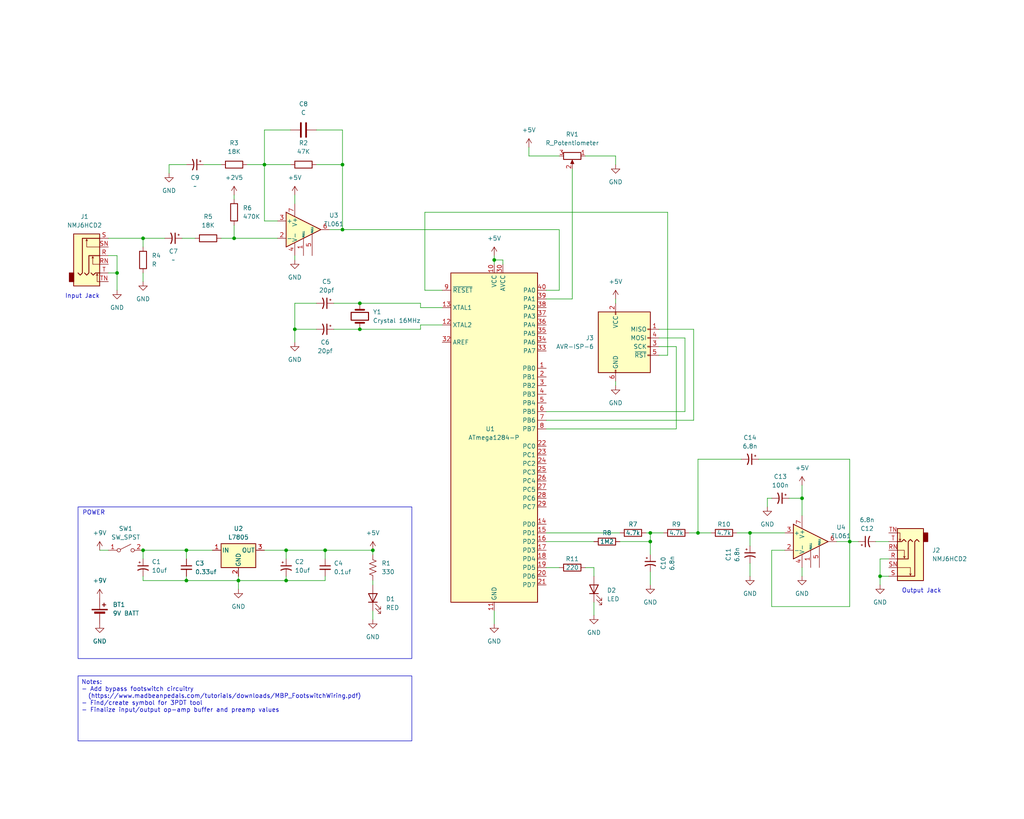
<source format=kicad_sch>
(kicad_sch (version 20230121) (generator eeschema)

  (uuid 23db8aec-b53f-46f3-9e89-875dd8c49681)

  (paper "User" 299.999 240.005)

  (title_block
    (title "Guitar Pedal")
    (date "2023-10-24")
    (rev "v01")
    (company "Team 12")
    (comment 1 "ECE 411 - Winter 2023")
  )

  (lib_symbols
    (symbol "Amplifier_Operational:TL061" (pin_names (offset 0.127)) (in_bom yes) (on_board yes)
      (property "Reference" "U" (at 0 6.35 0)
        (effects (font (size 1.27 1.27)) (justify left))
      )
      (property "Value" "TL061" (at 0 3.81 0)
        (effects (font (size 1.27 1.27)) (justify left))
      )
      (property "Footprint" "" (at 1.27 1.27 0)
        (effects (font (size 1.27 1.27)) hide)
      )
      (property "Datasheet" "http://www.ti.com/lit/ds/symlink/tl061.pdf" (at 3.81 3.81 0)
        (effects (font (size 1.27 1.27)) hide)
      )
      (property "ki_keywords" "single opamp" (at 0 0 0)
        (effects (font (size 1.27 1.27)) hide)
      )
      (property "ki_description" "Single Low-Power JFET-Input Operational Amplifiers, DIP-8/SOIC-8" (at 0 0 0)
        (effects (font (size 1.27 1.27)) hide)
      )
      (property "ki_fp_filters" "SOIC*3.9x4.9mm*P1.27mm* DIP*W7.62mm* TSSOP*3x3mm*P0.65mm*" (at 0 0 0)
        (effects (font (size 1.27 1.27)) hide)
      )
      (symbol "TL061_0_1"
        (polyline
          (pts
            (xy -5.08 5.08)
            (xy 5.08 0)
            (xy -5.08 -5.08)
            (xy -5.08 5.08)
          )
          (stroke (width 0.254) (type default))
          (fill (type background))
        )
      )
      (symbol "TL061_1_1"
        (pin input line (at 0 -7.62 90) (length 5.08)
          (name "NULL" (effects (font (size 0.508 0.508))))
          (number "1" (effects (font (size 1.27 1.27))))
        )
        (pin input line (at -7.62 -2.54 0) (length 2.54)
          (name "-" (effects (font (size 1.27 1.27))))
          (number "2" (effects (font (size 1.27 1.27))))
        )
        (pin input line (at -7.62 2.54 0) (length 2.54)
          (name "+" (effects (font (size 1.27 1.27))))
          (number "3" (effects (font (size 1.27 1.27))))
        )
        (pin power_in line (at -2.54 -7.62 90) (length 3.81)
          (name "V-" (effects (font (size 1.27 1.27))))
          (number "4" (effects (font (size 1.27 1.27))))
        )
        (pin input line (at 2.54 -7.62 90) (length 6.35)
          (name "NULL" (effects (font (size 0.508 0.508))))
          (number "5" (effects (font (size 1.27 1.27))))
        )
        (pin output line (at 7.62 0 180) (length 2.54)
          (name "~" (effects (font (size 1.27 1.27))))
          (number "6" (effects (font (size 1.27 1.27))))
        )
        (pin power_in line (at -2.54 7.62 270) (length 3.81)
          (name "V+" (effects (font (size 1.27 1.27))))
          (number "7" (effects (font (size 1.27 1.27))))
        )
        (pin no_connect line (at 0 2.54 270) (length 2.54) hide
          (name "NC" (effects (font (size 1.27 1.27))))
          (number "8" (effects (font (size 1.27 1.27))))
        )
      )
    )
    (symbol "Connector:AVR-ISP-6" (pin_names (offset 1.016)) (in_bom yes) (on_board yes)
      (property "Reference" "J" (at -6.35 11.43 0)
        (effects (font (size 1.27 1.27)) (justify left))
      )
      (property "Value" "AVR-ISP-6" (at 0 11.43 0)
        (effects (font (size 1.27 1.27)) (justify left))
      )
      (property "Footprint" "" (at -6.35 1.27 90)
        (effects (font (size 1.27 1.27)) hide)
      )
      (property "Datasheet" " ~" (at -32.385 -13.97 0)
        (effects (font (size 1.27 1.27)) hide)
      )
      (property "ki_keywords" "AVR ISP Connector" (at 0 0 0)
        (effects (font (size 1.27 1.27)) hide)
      )
      (property "ki_description" "Atmel 6-pin ISP connector" (at 0 0 0)
        (effects (font (size 1.27 1.27)) hide)
      )
      (property "ki_fp_filters" "IDC?Header*2x03* Pin?Header*2x03*" (at 0 0 0)
        (effects (font (size 1.27 1.27)) hide)
      )
      (symbol "AVR-ISP-6_0_1"
        (rectangle (start -2.667 -6.858) (end -2.413 -7.62)
          (stroke (width 0) (type default))
          (fill (type none))
        )
        (rectangle (start -2.667 10.16) (end -2.413 9.398)
          (stroke (width 0) (type default))
          (fill (type none))
        )
        (rectangle (start 7.62 -2.413) (end 6.858 -2.667)
          (stroke (width 0) (type default))
          (fill (type none))
        )
        (rectangle (start 7.62 0.127) (end 6.858 -0.127)
          (stroke (width 0) (type default))
          (fill (type none))
        )
        (rectangle (start 7.62 2.667) (end 6.858 2.413)
          (stroke (width 0) (type default))
          (fill (type none))
        )
        (rectangle (start 7.62 5.207) (end 6.858 4.953)
          (stroke (width 0) (type default))
          (fill (type none))
        )
        (rectangle (start 7.62 10.16) (end -7.62 -7.62)
          (stroke (width 0.254) (type default))
          (fill (type background))
        )
      )
      (symbol "AVR-ISP-6_1_1"
        (pin passive line (at 10.16 5.08 180) (length 2.54)
          (name "MISO" (effects (font (size 1.27 1.27))))
          (number "1" (effects (font (size 1.27 1.27))))
        )
        (pin passive line (at -2.54 12.7 270) (length 2.54)
          (name "VCC" (effects (font (size 1.27 1.27))))
          (number "2" (effects (font (size 1.27 1.27))))
        )
        (pin passive line (at 10.16 0 180) (length 2.54)
          (name "SCK" (effects (font (size 1.27 1.27))))
          (number "3" (effects (font (size 1.27 1.27))))
        )
        (pin passive line (at 10.16 2.54 180) (length 2.54)
          (name "MOSI" (effects (font (size 1.27 1.27))))
          (number "4" (effects (font (size 1.27 1.27))))
        )
        (pin passive line (at 10.16 -2.54 180) (length 2.54)
          (name "~{RST}" (effects (font (size 1.27 1.27))))
          (number "5" (effects (font (size 1.27 1.27))))
        )
        (pin passive line (at -2.54 -10.16 90) (length 2.54)
          (name "GND" (effects (font (size 1.27 1.27))))
          (number "6" (effects (font (size 1.27 1.27))))
        )
      )
    )
    (symbol "Connector_Audio:NMJ6HCD2" (in_bom yes) (on_board yes)
      (property "Reference" "J" (at 0 11.43 0)
        (effects (font (size 1.27 1.27)))
      )
      (property "Value" "NMJ6HCD2" (at 0 8.89 0)
        (effects (font (size 1.27 1.27)))
      )
      (property "Footprint" "Connector_Audio:Jack_6.35mm_Neutrik_NMJ6HCD2_Horizontal" (at 0 0 0)
        (effects (font (size 1.27 1.27)) hide)
      )
      (property "Datasheet" "https://www.neutrik.com/en/product/nmj6hcd2" (at 0 0 0)
        (effects (font (size 1.27 1.27)) hide)
      )
      (property "ki_keywords" "audio jack receptacle stereo headphones connector neutrik" (at 0 0 0)
        (effects (font (size 1.27 1.27)) hide)
      )
      (property "ki_description" "M Series, 6.35mm (1/4in) stereo jack, switched, with chrome ferrule and straight PCB pins" (at 0 0 0)
        (effects (font (size 1.27 1.27)) hide)
      )
      (property "ki_fp_filters" "Jack*" (at 0 0 0)
        (effects (font (size 1.27 1.27)) hide)
      )
      (symbol "NMJ6HCD2_0_1"
        (rectangle (start -5.08 -5.08) (end -6.35 -7.62)
          (stroke (width 0.254) (type default))
          (fill (type outline))
        )
        (polyline
          (pts
            (xy -1.27 4.826)
            (xy -1.016 4.318)
          )
          (stroke (width 0) (type default))
          (fill (type none))
        )
        (polyline
          (pts
            (xy 0.508 -0.254)
            (xy 0.762 -0.762)
          )
          (stroke (width 0) (type default))
          (fill (type none))
        )
        (polyline
          (pts
            (xy 1.778 -5.334)
            (xy 2.032 -5.842)
          )
          (stroke (width 0) (type default))
          (fill (type none))
        )
        (polyline
          (pts
            (xy 0 -5.08)
            (xy 0.635 -5.715)
            (xy 1.27 -5.08)
            (xy 2.54 -5.08)
          )
          (stroke (width 0.254) (type default))
          (fill (type none))
        )
        (polyline
          (pts
            (xy 2.54 -7.62)
            (xy 1.778 -7.62)
            (xy 1.778 -5.334)
            (xy 1.524 -5.842)
          )
          (stroke (width 0) (type default))
          (fill (type none))
        )
        (polyline
          (pts
            (xy 2.54 -2.54)
            (xy 0.508 -2.54)
            (xy 0.508 -0.254)
            (xy 0.254 -0.762)
          )
          (stroke (width 0) (type default))
          (fill (type none))
        )
        (polyline
          (pts
            (xy 2.54 2.54)
            (xy -1.27 2.54)
            (xy -1.27 4.826)
            (xy -1.524 4.318)
          )
          (stroke (width 0) (type default))
          (fill (type none))
        )
        (polyline
          (pts
            (xy -1.905 -5.08)
            (xy -1.27 -5.715)
            (xy -0.635 -5.08)
            (xy -0.635 0)
            (xy 2.54 0)
          )
          (stroke (width 0.254) (type default))
          (fill (type none))
        )
        (polyline
          (pts
            (xy 2.54 5.08)
            (xy -2.54 5.08)
            (xy -2.54 -5.08)
            (xy -3.175 -5.715)
            (xy -3.81 -5.08)
          )
          (stroke (width 0.254) (type default))
          (fill (type none))
        )
        (rectangle (start 2.54 6.35) (end -5.08 -8.89)
          (stroke (width 0.254) (type default))
          (fill (type background))
        )
      )
      (symbol "NMJ6HCD2_1_1"
        (pin passive line (at 5.08 0 180) (length 2.54)
          (name "~" (effects (font (size 1.27 1.27))))
          (number "R" (effects (font (size 1.27 1.27))))
        )
        (pin passive line (at 5.08 -2.54 180) (length 2.54)
          (name "~" (effects (font (size 1.27 1.27))))
          (number "RN" (effects (font (size 1.27 1.27))))
        )
        (pin passive line (at 5.08 5.08 180) (length 2.54)
          (name "~" (effects (font (size 1.27 1.27))))
          (number "S" (effects (font (size 1.27 1.27))))
        )
        (pin passive line (at 5.08 2.54 180) (length 2.54)
          (name "~" (effects (font (size 1.27 1.27))))
          (number "SN" (effects (font (size 1.27 1.27))))
        )
        (pin passive line (at 5.08 -5.08 180) (length 2.54)
          (name "~" (effects (font (size 1.27 1.27))))
          (number "T" (effects (font (size 1.27 1.27))))
        )
        (pin passive line (at 5.08 -7.62 180) (length 2.54)
          (name "~" (effects (font (size 1.27 1.27))))
          (number "TN" (effects (font (size 1.27 1.27))))
        )
      )
    )
    (symbol "Device:Battery_Cell" (pin_numbers hide) (pin_names (offset 0) hide) (in_bom yes) (on_board yes)
      (property "Reference" "BT" (at 2.54 2.54 0)
        (effects (font (size 1.27 1.27)) (justify left))
      )
      (property "Value" "Battery_Cell" (at 2.54 0 0)
        (effects (font (size 1.27 1.27)) (justify left))
      )
      (property "Footprint" "" (at 0 1.524 90)
        (effects (font (size 1.27 1.27)) hide)
      )
      (property "Datasheet" "~" (at 0 1.524 90)
        (effects (font (size 1.27 1.27)) hide)
      )
      (property "ki_keywords" "battery cell" (at 0 0 0)
        (effects (font (size 1.27 1.27)) hide)
      )
      (property "ki_description" "Single-cell battery" (at 0 0 0)
        (effects (font (size 1.27 1.27)) hide)
      )
      (symbol "Battery_Cell_0_1"
        (rectangle (start -2.286 1.778) (end 2.286 1.524)
          (stroke (width 0) (type default))
          (fill (type outline))
        )
        (rectangle (start -1.524 1.016) (end 1.524 0.508)
          (stroke (width 0) (type default))
          (fill (type outline))
        )
        (polyline
          (pts
            (xy 0 0.762)
            (xy 0 0)
          )
          (stroke (width 0) (type default))
          (fill (type none))
        )
        (polyline
          (pts
            (xy 0 1.778)
            (xy 0 2.54)
          )
          (stroke (width 0) (type default))
          (fill (type none))
        )
        (polyline
          (pts
            (xy 0.762 3.048)
            (xy 1.778 3.048)
          )
          (stroke (width 0.254) (type default))
          (fill (type none))
        )
        (polyline
          (pts
            (xy 1.27 3.556)
            (xy 1.27 2.54)
          )
          (stroke (width 0.254) (type default))
          (fill (type none))
        )
      )
      (symbol "Battery_Cell_1_1"
        (pin passive line (at 0 5.08 270) (length 2.54)
          (name "+" (effects (font (size 1.27 1.27))))
          (number "1" (effects (font (size 1.27 1.27))))
        )
        (pin passive line (at 0 -2.54 90) (length 2.54)
          (name "-" (effects (font (size 1.27 1.27))))
          (number "2" (effects (font (size 1.27 1.27))))
        )
      )
    )
    (symbol "Device:C" (pin_numbers hide) (pin_names (offset 0.254)) (in_bom yes) (on_board yes)
      (property "Reference" "C" (at 0.635 2.54 0)
        (effects (font (size 1.27 1.27)) (justify left))
      )
      (property "Value" "C" (at 0.635 -2.54 0)
        (effects (font (size 1.27 1.27)) (justify left))
      )
      (property "Footprint" "" (at 0.9652 -3.81 0)
        (effects (font (size 1.27 1.27)) hide)
      )
      (property "Datasheet" "~" (at 0 0 0)
        (effects (font (size 1.27 1.27)) hide)
      )
      (property "ki_keywords" "cap capacitor" (at 0 0 0)
        (effects (font (size 1.27 1.27)) hide)
      )
      (property "ki_description" "Unpolarized capacitor" (at 0 0 0)
        (effects (font (size 1.27 1.27)) hide)
      )
      (property "ki_fp_filters" "C_*" (at 0 0 0)
        (effects (font (size 1.27 1.27)) hide)
      )
      (symbol "C_0_1"
        (polyline
          (pts
            (xy -2.032 -0.762)
            (xy 2.032 -0.762)
          )
          (stroke (width 0.508) (type default))
          (fill (type none))
        )
        (polyline
          (pts
            (xy -2.032 0.762)
            (xy 2.032 0.762)
          )
          (stroke (width 0.508) (type default))
          (fill (type none))
        )
      )
      (symbol "C_1_1"
        (pin passive line (at 0 3.81 270) (length 2.794)
          (name "~" (effects (font (size 1.27 1.27))))
          (number "1" (effects (font (size 1.27 1.27))))
        )
        (pin passive line (at 0 -3.81 90) (length 2.794)
          (name "~" (effects (font (size 1.27 1.27))))
          (number "2" (effects (font (size 1.27 1.27))))
        )
      )
    )
    (symbol "Device:C_Polarized_Small_US" (pin_numbers hide) (pin_names (offset 0.254) hide) (in_bom yes) (on_board yes)
      (property "Reference" "C" (at 0.254 1.778 0)
        (effects (font (size 1.27 1.27)) (justify left))
      )
      (property "Value" "C_Polarized_Small_US" (at 0.254 -2.032 0)
        (effects (font (size 1.27 1.27)) (justify left))
      )
      (property "Footprint" "" (at 0 0 0)
        (effects (font (size 1.27 1.27)) hide)
      )
      (property "Datasheet" "~" (at 0 0 0)
        (effects (font (size 1.27 1.27)) hide)
      )
      (property "ki_keywords" "cap capacitor" (at 0 0 0)
        (effects (font (size 1.27 1.27)) hide)
      )
      (property "ki_description" "Polarized capacitor, small US symbol" (at 0 0 0)
        (effects (font (size 1.27 1.27)) hide)
      )
      (property "ki_fp_filters" "CP_*" (at 0 0 0)
        (effects (font (size 1.27 1.27)) hide)
      )
      (symbol "C_Polarized_Small_US_0_1"
        (polyline
          (pts
            (xy -1.524 0.508)
            (xy 1.524 0.508)
          )
          (stroke (width 0.3048) (type default))
          (fill (type none))
        )
        (polyline
          (pts
            (xy -1.27 1.524)
            (xy -0.762 1.524)
          )
          (stroke (width 0) (type default))
          (fill (type none))
        )
        (polyline
          (pts
            (xy -1.016 1.27)
            (xy -1.016 1.778)
          )
          (stroke (width 0) (type default))
          (fill (type none))
        )
        (arc (start 1.524 -0.762) (mid 0 -0.3734) (end -1.524 -0.762)
          (stroke (width 0.3048) (type default))
          (fill (type none))
        )
      )
      (symbol "C_Polarized_Small_US_1_1"
        (pin passive line (at 0 2.54 270) (length 2.032)
          (name "~" (effects (font (size 1.27 1.27))))
          (number "1" (effects (font (size 1.27 1.27))))
        )
        (pin passive line (at 0 -2.54 90) (length 2.032)
          (name "~" (effects (font (size 1.27 1.27))))
          (number "2" (effects (font (size 1.27 1.27))))
        )
      )
    )
    (symbol "Device:C_Small" (pin_numbers hide) (pin_names (offset 0.254) hide) (in_bom yes) (on_board yes)
      (property "Reference" "C" (at 0.254 1.778 0)
        (effects (font (size 1.27 1.27)) (justify left))
      )
      (property "Value" "C_Small" (at 0.254 -2.032 0)
        (effects (font (size 1.27 1.27)) (justify left))
      )
      (property "Footprint" "" (at 0 0 0)
        (effects (font (size 1.27 1.27)) hide)
      )
      (property "Datasheet" "~" (at 0 0 0)
        (effects (font (size 1.27 1.27)) hide)
      )
      (property "ki_keywords" "capacitor cap" (at 0 0 0)
        (effects (font (size 1.27 1.27)) hide)
      )
      (property "ki_description" "Unpolarized capacitor, small symbol" (at 0 0 0)
        (effects (font (size 1.27 1.27)) hide)
      )
      (property "ki_fp_filters" "C_*" (at 0 0 0)
        (effects (font (size 1.27 1.27)) hide)
      )
      (symbol "C_Small_0_1"
        (polyline
          (pts
            (xy -1.524 -0.508)
            (xy 1.524 -0.508)
          )
          (stroke (width 0.3302) (type default))
          (fill (type none))
        )
        (polyline
          (pts
            (xy -1.524 0.508)
            (xy 1.524 0.508)
          )
          (stroke (width 0.3048) (type default))
          (fill (type none))
        )
      )
      (symbol "C_Small_1_1"
        (pin passive line (at 0 2.54 270) (length 2.032)
          (name "~" (effects (font (size 1.27 1.27))))
          (number "1" (effects (font (size 1.27 1.27))))
        )
        (pin passive line (at 0 -2.54 90) (length 2.032)
          (name "~" (effects (font (size 1.27 1.27))))
          (number "2" (effects (font (size 1.27 1.27))))
        )
      )
    )
    (symbol "Device:Crystal" (pin_numbers hide) (pin_names (offset 1.016) hide) (in_bom yes) (on_board yes)
      (property "Reference" "Y" (at 0 3.81 0)
        (effects (font (size 1.27 1.27)))
      )
      (property "Value" "Crystal" (at 0 -3.81 0)
        (effects (font (size 1.27 1.27)))
      )
      (property "Footprint" "" (at 0 0 0)
        (effects (font (size 1.27 1.27)) hide)
      )
      (property "Datasheet" "~" (at 0 0 0)
        (effects (font (size 1.27 1.27)) hide)
      )
      (property "ki_keywords" "quartz ceramic resonator oscillator" (at 0 0 0)
        (effects (font (size 1.27 1.27)) hide)
      )
      (property "ki_description" "Two pin crystal" (at 0 0 0)
        (effects (font (size 1.27 1.27)) hide)
      )
      (property "ki_fp_filters" "Crystal*" (at 0 0 0)
        (effects (font (size 1.27 1.27)) hide)
      )
      (symbol "Crystal_0_1"
        (rectangle (start -1.143 2.54) (end 1.143 -2.54)
          (stroke (width 0.3048) (type default))
          (fill (type none))
        )
        (polyline
          (pts
            (xy -2.54 0)
            (xy -1.905 0)
          )
          (stroke (width 0) (type default))
          (fill (type none))
        )
        (polyline
          (pts
            (xy -1.905 -1.27)
            (xy -1.905 1.27)
          )
          (stroke (width 0.508) (type default))
          (fill (type none))
        )
        (polyline
          (pts
            (xy 1.905 -1.27)
            (xy 1.905 1.27)
          )
          (stroke (width 0.508) (type default))
          (fill (type none))
        )
        (polyline
          (pts
            (xy 2.54 0)
            (xy 1.905 0)
          )
          (stroke (width 0) (type default))
          (fill (type none))
        )
      )
      (symbol "Crystal_1_1"
        (pin passive line (at -3.81 0 0) (length 1.27)
          (name "1" (effects (font (size 1.27 1.27))))
          (number "1" (effects (font (size 1.27 1.27))))
        )
        (pin passive line (at 3.81 0 180) (length 1.27)
          (name "2" (effects (font (size 1.27 1.27))))
          (number "2" (effects (font (size 1.27 1.27))))
        )
      )
    )
    (symbol "Device:LED" (pin_numbers hide) (pin_names (offset 1.016) hide) (in_bom yes) (on_board yes)
      (property "Reference" "D" (at 0 2.54 0)
        (effects (font (size 1.27 1.27)))
      )
      (property "Value" "LED" (at 0 -2.54 0)
        (effects (font (size 1.27 1.27)))
      )
      (property "Footprint" "" (at 0 0 0)
        (effects (font (size 1.27 1.27)) hide)
      )
      (property "Datasheet" "~" (at 0 0 0)
        (effects (font (size 1.27 1.27)) hide)
      )
      (property "ki_keywords" "LED diode" (at 0 0 0)
        (effects (font (size 1.27 1.27)) hide)
      )
      (property "ki_description" "Light emitting diode" (at 0 0 0)
        (effects (font (size 1.27 1.27)) hide)
      )
      (property "ki_fp_filters" "LED* LED_SMD:* LED_THT:*" (at 0 0 0)
        (effects (font (size 1.27 1.27)) hide)
      )
      (symbol "LED_0_1"
        (polyline
          (pts
            (xy -1.27 -1.27)
            (xy -1.27 1.27)
          )
          (stroke (width 0.254) (type default))
          (fill (type none))
        )
        (polyline
          (pts
            (xy -1.27 0)
            (xy 1.27 0)
          )
          (stroke (width 0) (type default))
          (fill (type none))
        )
        (polyline
          (pts
            (xy 1.27 -1.27)
            (xy 1.27 1.27)
            (xy -1.27 0)
            (xy 1.27 -1.27)
          )
          (stroke (width 0.254) (type default))
          (fill (type none))
        )
        (polyline
          (pts
            (xy -3.048 -0.762)
            (xy -4.572 -2.286)
            (xy -3.81 -2.286)
            (xy -4.572 -2.286)
            (xy -4.572 -1.524)
          )
          (stroke (width 0) (type default))
          (fill (type none))
        )
        (polyline
          (pts
            (xy -1.778 -0.762)
            (xy -3.302 -2.286)
            (xy -2.54 -2.286)
            (xy -3.302 -2.286)
            (xy -3.302 -1.524)
          )
          (stroke (width 0) (type default))
          (fill (type none))
        )
      )
      (symbol "LED_1_1"
        (pin passive line (at -3.81 0 0) (length 2.54)
          (name "K" (effects (font (size 1.27 1.27))))
          (number "1" (effects (font (size 1.27 1.27))))
        )
        (pin passive line (at 3.81 0 180) (length 2.54)
          (name "A" (effects (font (size 1.27 1.27))))
          (number "2" (effects (font (size 1.27 1.27))))
        )
      )
    )
    (symbol "Device:R" (pin_numbers hide) (pin_names (offset 0)) (in_bom yes) (on_board yes)
      (property "Reference" "R" (at 2.032 0 90)
        (effects (font (size 1.27 1.27)))
      )
      (property "Value" "R" (at 0 0 90)
        (effects (font (size 1.27 1.27)))
      )
      (property "Footprint" "" (at -1.778 0 90)
        (effects (font (size 1.27 1.27)) hide)
      )
      (property "Datasheet" "~" (at 0 0 0)
        (effects (font (size 1.27 1.27)) hide)
      )
      (property "ki_keywords" "R res resistor" (at 0 0 0)
        (effects (font (size 1.27 1.27)) hide)
      )
      (property "ki_description" "Resistor" (at 0 0 0)
        (effects (font (size 1.27 1.27)) hide)
      )
      (property "ki_fp_filters" "R_*" (at 0 0 0)
        (effects (font (size 1.27 1.27)) hide)
      )
      (symbol "R_0_1"
        (rectangle (start -1.016 -2.54) (end 1.016 2.54)
          (stroke (width 0.254) (type default))
          (fill (type none))
        )
      )
      (symbol "R_1_1"
        (pin passive line (at 0 3.81 270) (length 1.27)
          (name "~" (effects (font (size 1.27 1.27))))
          (number "1" (effects (font (size 1.27 1.27))))
        )
        (pin passive line (at 0 -3.81 90) (length 1.27)
          (name "~" (effects (font (size 1.27 1.27))))
          (number "2" (effects (font (size 1.27 1.27))))
        )
      )
    )
    (symbol "Device:R_Potentiometer" (pin_names (offset 1.016) hide) (in_bom yes) (on_board yes)
      (property "Reference" "RV" (at -4.445 0 90)
        (effects (font (size 1.27 1.27)))
      )
      (property "Value" "R_Potentiometer" (at -2.54 0 90)
        (effects (font (size 1.27 1.27)))
      )
      (property "Footprint" "" (at 0 0 0)
        (effects (font (size 1.27 1.27)) hide)
      )
      (property "Datasheet" "~" (at 0 0 0)
        (effects (font (size 1.27 1.27)) hide)
      )
      (property "ki_keywords" "resistor variable" (at 0 0 0)
        (effects (font (size 1.27 1.27)) hide)
      )
      (property "ki_description" "Potentiometer" (at 0 0 0)
        (effects (font (size 1.27 1.27)) hide)
      )
      (property "ki_fp_filters" "Potentiometer*" (at 0 0 0)
        (effects (font (size 1.27 1.27)) hide)
      )
      (symbol "R_Potentiometer_0_1"
        (polyline
          (pts
            (xy 2.54 0)
            (xy 1.524 0)
          )
          (stroke (width 0) (type default))
          (fill (type none))
        )
        (polyline
          (pts
            (xy 1.143 0)
            (xy 2.286 0.508)
            (xy 2.286 -0.508)
            (xy 1.143 0)
          )
          (stroke (width 0) (type default))
          (fill (type outline))
        )
        (rectangle (start 1.016 2.54) (end -1.016 -2.54)
          (stroke (width 0.254) (type default))
          (fill (type none))
        )
      )
      (symbol "R_Potentiometer_1_1"
        (pin passive line (at 0 3.81 270) (length 1.27)
          (name "1" (effects (font (size 1.27 1.27))))
          (number "1" (effects (font (size 1.27 1.27))))
        )
        (pin passive line (at 3.81 0 180) (length 1.27)
          (name "2" (effects (font (size 1.27 1.27))))
          (number "2" (effects (font (size 1.27 1.27))))
        )
        (pin passive line (at 0 -3.81 90) (length 1.27)
          (name "3" (effects (font (size 1.27 1.27))))
          (number "3" (effects (font (size 1.27 1.27))))
        )
      )
    )
    (symbol "Device:R_US" (pin_numbers hide) (pin_names (offset 0)) (in_bom yes) (on_board yes)
      (property "Reference" "R" (at 2.54 0 90)
        (effects (font (size 1.27 1.27)))
      )
      (property "Value" "R_US" (at -2.54 0 90)
        (effects (font (size 1.27 1.27)))
      )
      (property "Footprint" "" (at 1.016 -0.254 90)
        (effects (font (size 1.27 1.27)) hide)
      )
      (property "Datasheet" "~" (at 0 0 0)
        (effects (font (size 1.27 1.27)) hide)
      )
      (property "ki_keywords" "R res resistor" (at 0 0 0)
        (effects (font (size 1.27 1.27)) hide)
      )
      (property "ki_description" "Resistor, US symbol" (at 0 0 0)
        (effects (font (size 1.27 1.27)) hide)
      )
      (property "ki_fp_filters" "R_*" (at 0 0 0)
        (effects (font (size 1.27 1.27)) hide)
      )
      (symbol "R_US_0_1"
        (polyline
          (pts
            (xy 0 -2.286)
            (xy 0 -2.54)
          )
          (stroke (width 0) (type default))
          (fill (type none))
        )
        (polyline
          (pts
            (xy 0 2.286)
            (xy 0 2.54)
          )
          (stroke (width 0) (type default))
          (fill (type none))
        )
        (polyline
          (pts
            (xy 0 -0.762)
            (xy 1.016 -1.143)
            (xy 0 -1.524)
            (xy -1.016 -1.905)
            (xy 0 -2.286)
          )
          (stroke (width 0) (type default))
          (fill (type none))
        )
        (polyline
          (pts
            (xy 0 0.762)
            (xy 1.016 0.381)
            (xy 0 0)
            (xy -1.016 -0.381)
            (xy 0 -0.762)
          )
          (stroke (width 0) (type default))
          (fill (type none))
        )
        (polyline
          (pts
            (xy 0 2.286)
            (xy 1.016 1.905)
            (xy 0 1.524)
            (xy -1.016 1.143)
            (xy 0 0.762)
          )
          (stroke (width 0) (type default))
          (fill (type none))
        )
      )
      (symbol "R_US_1_1"
        (pin passive line (at 0 3.81 270) (length 1.27)
          (name "~" (effects (font (size 1.27 1.27))))
          (number "1" (effects (font (size 1.27 1.27))))
        )
        (pin passive line (at 0 -3.81 90) (length 1.27)
          (name "~" (effects (font (size 1.27 1.27))))
          (number "2" (effects (font (size 1.27 1.27))))
        )
      )
    )
    (symbol "MCU_Microchip_ATmega:ATmega1284-P" (in_bom yes) (on_board yes)
      (property "Reference" "U" (at -12.7 49.53 0)
        (effects (font (size 1.27 1.27)) (justify left bottom))
      )
      (property "Value" "ATmega1284-P" (at 2.54 -49.53 0)
        (effects (font (size 1.27 1.27)) (justify left top))
      )
      (property "Footprint" "Package_DIP:DIP-40_W15.24mm" (at 0 0 0)
        (effects (font (size 1.27 1.27) italic) hide)
      )
      (property "Datasheet" "http://ww1.microchip.com/downloads/en/DeviceDoc/Atmel-8272-8-bit-AVR-microcontroller-ATmega164A_PA-324A_PA-644A_PA-1284_P_datasheet.pdf" (at 0 0 0)
        (effects (font (size 1.27 1.27)) hide)
      )
      (property "ki_keywords" "AVR 8bit Microcontroller MegaAVR" (at 0 0 0)
        (effects (font (size 1.27 1.27)) hide)
      )
      (property "ki_description" "20MHz, 128kB Flash, 16kB SRAM, 4kB EEPROM, JTAG, DIP-40" (at 0 0 0)
        (effects (font (size 1.27 1.27)) hide)
      )
      (property "ki_fp_filters" "DIP*W15.24mm*" (at 0 0 0)
        (effects (font (size 1.27 1.27)) hide)
      )
      (symbol "ATmega1284-P_0_1"
        (rectangle (start -12.7 -48.26) (end 12.7 48.26)
          (stroke (width 0.254) (type default))
          (fill (type background))
        )
      )
      (symbol "ATmega1284-P_1_1"
        (pin bidirectional line (at 15.24 20.32 180) (length 2.54)
          (name "PB0" (effects (font (size 1.27 1.27))))
          (number "1" (effects (font (size 1.27 1.27))))
        )
        (pin power_in line (at 0 50.8 270) (length 2.54)
          (name "VCC" (effects (font (size 1.27 1.27))))
          (number "10" (effects (font (size 1.27 1.27))))
        )
        (pin power_in line (at 0 -50.8 90) (length 2.54)
          (name "GND" (effects (font (size 1.27 1.27))))
          (number "11" (effects (font (size 1.27 1.27))))
        )
        (pin output line (at -15.24 33.02 0) (length 2.54)
          (name "XTAL2" (effects (font (size 1.27 1.27))))
          (number "12" (effects (font (size 1.27 1.27))))
        )
        (pin input line (at -15.24 38.1 0) (length 2.54)
          (name "XTAL1" (effects (font (size 1.27 1.27))))
          (number "13" (effects (font (size 1.27 1.27))))
        )
        (pin bidirectional line (at 15.24 -25.4 180) (length 2.54)
          (name "PD0" (effects (font (size 1.27 1.27))))
          (number "14" (effects (font (size 1.27 1.27))))
        )
        (pin bidirectional line (at 15.24 -27.94 180) (length 2.54)
          (name "PD1" (effects (font (size 1.27 1.27))))
          (number "15" (effects (font (size 1.27 1.27))))
        )
        (pin bidirectional line (at 15.24 -30.48 180) (length 2.54)
          (name "PD2" (effects (font (size 1.27 1.27))))
          (number "16" (effects (font (size 1.27 1.27))))
        )
        (pin bidirectional line (at 15.24 -33.02 180) (length 2.54)
          (name "PD3" (effects (font (size 1.27 1.27))))
          (number "17" (effects (font (size 1.27 1.27))))
        )
        (pin bidirectional line (at 15.24 -35.56 180) (length 2.54)
          (name "PD4" (effects (font (size 1.27 1.27))))
          (number "18" (effects (font (size 1.27 1.27))))
        )
        (pin bidirectional line (at 15.24 -38.1 180) (length 2.54)
          (name "PD5" (effects (font (size 1.27 1.27))))
          (number "19" (effects (font (size 1.27 1.27))))
        )
        (pin bidirectional line (at 15.24 17.78 180) (length 2.54)
          (name "PB1" (effects (font (size 1.27 1.27))))
          (number "2" (effects (font (size 1.27 1.27))))
        )
        (pin bidirectional line (at 15.24 -40.64 180) (length 2.54)
          (name "PD6" (effects (font (size 1.27 1.27))))
          (number "20" (effects (font (size 1.27 1.27))))
        )
        (pin bidirectional line (at 15.24 -43.18 180) (length 2.54)
          (name "PD7" (effects (font (size 1.27 1.27))))
          (number "21" (effects (font (size 1.27 1.27))))
        )
        (pin bidirectional line (at 15.24 -2.54 180) (length 2.54)
          (name "PC0" (effects (font (size 1.27 1.27))))
          (number "22" (effects (font (size 1.27 1.27))))
        )
        (pin bidirectional line (at 15.24 -5.08 180) (length 2.54)
          (name "PC1" (effects (font (size 1.27 1.27))))
          (number "23" (effects (font (size 1.27 1.27))))
        )
        (pin bidirectional line (at 15.24 -7.62 180) (length 2.54)
          (name "PC2" (effects (font (size 1.27 1.27))))
          (number "24" (effects (font (size 1.27 1.27))))
        )
        (pin bidirectional line (at 15.24 -10.16 180) (length 2.54)
          (name "PC3" (effects (font (size 1.27 1.27))))
          (number "25" (effects (font (size 1.27 1.27))))
        )
        (pin bidirectional line (at 15.24 -12.7 180) (length 2.54)
          (name "PC4" (effects (font (size 1.27 1.27))))
          (number "26" (effects (font (size 1.27 1.27))))
        )
        (pin bidirectional line (at 15.24 -15.24 180) (length 2.54)
          (name "PC5" (effects (font (size 1.27 1.27))))
          (number "27" (effects (font (size 1.27 1.27))))
        )
        (pin bidirectional line (at 15.24 -17.78 180) (length 2.54)
          (name "PC6" (effects (font (size 1.27 1.27))))
          (number "28" (effects (font (size 1.27 1.27))))
        )
        (pin bidirectional line (at 15.24 -20.32 180) (length 2.54)
          (name "PC7" (effects (font (size 1.27 1.27))))
          (number "29" (effects (font (size 1.27 1.27))))
        )
        (pin bidirectional line (at 15.24 15.24 180) (length 2.54)
          (name "PB2" (effects (font (size 1.27 1.27))))
          (number "3" (effects (font (size 1.27 1.27))))
        )
        (pin power_in line (at 2.54 50.8 270) (length 2.54)
          (name "AVCC" (effects (font (size 1.27 1.27))))
          (number "30" (effects (font (size 1.27 1.27))))
        )
        (pin passive line (at 0 -50.8 90) (length 2.54) hide
          (name "GND" (effects (font (size 1.27 1.27))))
          (number "31" (effects (font (size 1.27 1.27))))
        )
        (pin passive line (at -15.24 27.94 0) (length 2.54)
          (name "AREF" (effects (font (size 1.27 1.27))))
          (number "32" (effects (font (size 1.27 1.27))))
        )
        (pin bidirectional line (at 15.24 25.4 180) (length 2.54)
          (name "PA7" (effects (font (size 1.27 1.27))))
          (number "33" (effects (font (size 1.27 1.27))))
        )
        (pin bidirectional line (at 15.24 27.94 180) (length 2.54)
          (name "PA6" (effects (font (size 1.27 1.27))))
          (number "34" (effects (font (size 1.27 1.27))))
        )
        (pin bidirectional line (at 15.24 30.48 180) (length 2.54)
          (name "PA5" (effects (font (size 1.27 1.27))))
          (number "35" (effects (font (size 1.27 1.27))))
        )
        (pin bidirectional line (at 15.24 33.02 180) (length 2.54)
          (name "PA4" (effects (font (size 1.27 1.27))))
          (number "36" (effects (font (size 1.27 1.27))))
        )
        (pin bidirectional line (at 15.24 35.56 180) (length 2.54)
          (name "PA3" (effects (font (size 1.27 1.27))))
          (number "37" (effects (font (size 1.27 1.27))))
        )
        (pin bidirectional line (at 15.24 38.1 180) (length 2.54)
          (name "PA2" (effects (font (size 1.27 1.27))))
          (number "38" (effects (font (size 1.27 1.27))))
        )
        (pin bidirectional line (at 15.24 40.64 180) (length 2.54)
          (name "PA1" (effects (font (size 1.27 1.27))))
          (number "39" (effects (font (size 1.27 1.27))))
        )
        (pin bidirectional line (at 15.24 12.7 180) (length 2.54)
          (name "PB3" (effects (font (size 1.27 1.27))))
          (number "4" (effects (font (size 1.27 1.27))))
        )
        (pin bidirectional line (at 15.24 43.18 180) (length 2.54)
          (name "PA0" (effects (font (size 1.27 1.27))))
          (number "40" (effects (font (size 1.27 1.27))))
        )
        (pin bidirectional line (at 15.24 10.16 180) (length 2.54)
          (name "PB4" (effects (font (size 1.27 1.27))))
          (number "5" (effects (font (size 1.27 1.27))))
        )
        (pin bidirectional line (at 15.24 7.62 180) (length 2.54)
          (name "PB5" (effects (font (size 1.27 1.27))))
          (number "6" (effects (font (size 1.27 1.27))))
        )
        (pin bidirectional line (at 15.24 5.08 180) (length 2.54)
          (name "PB6" (effects (font (size 1.27 1.27))))
          (number "7" (effects (font (size 1.27 1.27))))
        )
        (pin bidirectional line (at 15.24 2.54 180) (length 2.54)
          (name "PB7" (effects (font (size 1.27 1.27))))
          (number "8" (effects (font (size 1.27 1.27))))
        )
        (pin input line (at -15.24 43.18 0) (length 2.54)
          (name "~{RESET}" (effects (font (size 1.27 1.27))))
          (number "9" (effects (font (size 1.27 1.27))))
        )
      )
    )
    (symbol "Regulator_Linear:L7805" (pin_names (offset 0.254)) (in_bom yes) (on_board yes)
      (property "Reference" "U" (at -3.81 3.175 0)
        (effects (font (size 1.27 1.27)))
      )
      (property "Value" "L7805" (at 0 3.175 0)
        (effects (font (size 1.27 1.27)) (justify left))
      )
      (property "Footprint" "" (at 0.635 -3.81 0)
        (effects (font (size 1.27 1.27) italic) (justify left) hide)
      )
      (property "Datasheet" "http://www.st.com/content/ccc/resource/technical/document/datasheet/41/4f/b3/b0/12/d4/47/88/CD00000444.pdf/files/CD00000444.pdf/jcr:content/translations/en.CD00000444.pdf" (at 0 -1.27 0)
        (effects (font (size 1.27 1.27)) hide)
      )
      (property "ki_keywords" "Voltage Regulator 1.5A Positive" (at 0 0 0)
        (effects (font (size 1.27 1.27)) hide)
      )
      (property "ki_description" "Positive 1.5A 35V Linear Regulator, Fixed Output 5V, TO-220/TO-263/TO-252" (at 0 0 0)
        (effects (font (size 1.27 1.27)) hide)
      )
      (property "ki_fp_filters" "TO?252* TO?263* TO?220*" (at 0 0 0)
        (effects (font (size 1.27 1.27)) hide)
      )
      (symbol "L7805_0_1"
        (rectangle (start -5.08 1.905) (end 5.08 -5.08)
          (stroke (width 0.254) (type default))
          (fill (type background))
        )
      )
      (symbol "L7805_1_1"
        (pin power_in line (at -7.62 0 0) (length 2.54)
          (name "IN" (effects (font (size 1.27 1.27))))
          (number "1" (effects (font (size 1.27 1.27))))
        )
        (pin power_in line (at 0 -7.62 90) (length 2.54)
          (name "GND" (effects (font (size 1.27 1.27))))
          (number "2" (effects (font (size 1.27 1.27))))
        )
        (pin power_out line (at 7.62 0 180) (length 2.54)
          (name "OUT" (effects (font (size 1.27 1.27))))
          (number "3" (effects (font (size 1.27 1.27))))
        )
      )
    )
    (symbol "Switch:SW_SPST" (pin_names (offset 0) hide) (in_bom yes) (on_board yes)
      (property "Reference" "SW" (at 0 3.175 0)
        (effects (font (size 1.27 1.27)))
      )
      (property "Value" "SW_SPST" (at 0 -2.54 0)
        (effects (font (size 1.27 1.27)))
      )
      (property "Footprint" "" (at 0 0 0)
        (effects (font (size 1.27 1.27)) hide)
      )
      (property "Datasheet" "~" (at 0 0 0)
        (effects (font (size 1.27 1.27)) hide)
      )
      (property "ki_keywords" "switch lever" (at 0 0 0)
        (effects (font (size 1.27 1.27)) hide)
      )
      (property "ki_description" "Single Pole Single Throw (SPST) switch" (at 0 0 0)
        (effects (font (size 1.27 1.27)) hide)
      )
      (symbol "SW_SPST_0_0"
        (circle (center -2.032 0) (radius 0.508)
          (stroke (width 0) (type default))
          (fill (type none))
        )
        (polyline
          (pts
            (xy -1.524 0.254)
            (xy 1.524 1.778)
          )
          (stroke (width 0) (type default))
          (fill (type none))
        )
        (circle (center 2.032 0) (radius 0.508)
          (stroke (width 0) (type default))
          (fill (type none))
        )
      )
      (symbol "SW_SPST_1_1"
        (pin passive line (at -5.08 0 0) (length 2.54)
          (name "A" (effects (font (size 1.27 1.27))))
          (number "1" (effects (font (size 1.27 1.27))))
        )
        (pin passive line (at 5.08 0 180) (length 2.54)
          (name "B" (effects (font (size 1.27 1.27))))
          (number "2" (effects (font (size 1.27 1.27))))
        )
      )
    )
    (symbol "power:+2V5" (power) (pin_names (offset 0)) (in_bom yes) (on_board yes)
      (property "Reference" "#PWR" (at 0 -3.81 0)
        (effects (font (size 1.27 1.27)) hide)
      )
      (property "Value" "+2V5" (at 0 3.556 0)
        (effects (font (size 1.27 1.27)))
      )
      (property "Footprint" "" (at 0 0 0)
        (effects (font (size 1.27 1.27)) hide)
      )
      (property "Datasheet" "" (at 0 0 0)
        (effects (font (size 1.27 1.27)) hide)
      )
      (property "ki_keywords" "global power" (at 0 0 0)
        (effects (font (size 1.27 1.27)) hide)
      )
      (property "ki_description" "Power symbol creates a global label with name \"+2V5\"" (at 0 0 0)
        (effects (font (size 1.27 1.27)) hide)
      )
      (symbol "+2V5_0_1"
        (polyline
          (pts
            (xy -0.762 1.27)
            (xy 0 2.54)
          )
          (stroke (width 0) (type default))
          (fill (type none))
        )
        (polyline
          (pts
            (xy 0 0)
            (xy 0 2.54)
          )
          (stroke (width 0) (type default))
          (fill (type none))
        )
        (polyline
          (pts
            (xy 0 2.54)
            (xy 0.762 1.27)
          )
          (stroke (width 0) (type default))
          (fill (type none))
        )
      )
      (symbol "+2V5_1_1"
        (pin power_in line (at 0 0 90) (length 0) hide
          (name "+2V5" (effects (font (size 1.27 1.27))))
          (number "1" (effects (font (size 1.27 1.27))))
        )
      )
    )
    (symbol "power:+5V" (power) (pin_names (offset 0)) (in_bom yes) (on_board yes)
      (property "Reference" "#PWR" (at 0 -3.81 0)
        (effects (font (size 1.27 1.27)) hide)
      )
      (property "Value" "+5V" (at 0 3.556 0)
        (effects (font (size 1.27 1.27)))
      )
      (property "Footprint" "" (at 0 0 0)
        (effects (font (size 1.27 1.27)) hide)
      )
      (property "Datasheet" "" (at 0 0 0)
        (effects (font (size 1.27 1.27)) hide)
      )
      (property "ki_keywords" "global power" (at 0 0 0)
        (effects (font (size 1.27 1.27)) hide)
      )
      (property "ki_description" "Power symbol creates a global label with name \"+5V\"" (at 0 0 0)
        (effects (font (size 1.27 1.27)) hide)
      )
      (symbol "+5V_0_1"
        (polyline
          (pts
            (xy -0.762 1.27)
            (xy 0 2.54)
          )
          (stroke (width 0) (type default))
          (fill (type none))
        )
        (polyline
          (pts
            (xy 0 0)
            (xy 0 2.54)
          )
          (stroke (width 0) (type default))
          (fill (type none))
        )
        (polyline
          (pts
            (xy 0 2.54)
            (xy 0.762 1.27)
          )
          (stroke (width 0) (type default))
          (fill (type none))
        )
      )
      (symbol "+5V_1_1"
        (pin power_in line (at 0 0 90) (length 0) hide
          (name "+5V" (effects (font (size 1.27 1.27))))
          (number "1" (effects (font (size 1.27 1.27))))
        )
      )
    )
    (symbol "power:+9V" (power) (pin_names (offset 0)) (in_bom yes) (on_board yes)
      (property "Reference" "#PWR" (at 0 -3.81 0)
        (effects (font (size 1.27 1.27)) hide)
      )
      (property "Value" "+9V" (at 0 3.556 0)
        (effects (font (size 1.27 1.27)))
      )
      (property "Footprint" "" (at 0 0 0)
        (effects (font (size 1.27 1.27)) hide)
      )
      (property "Datasheet" "" (at 0 0 0)
        (effects (font (size 1.27 1.27)) hide)
      )
      (property "ki_keywords" "global power" (at 0 0 0)
        (effects (font (size 1.27 1.27)) hide)
      )
      (property "ki_description" "Power symbol creates a global label with name \"+9V\"" (at 0 0 0)
        (effects (font (size 1.27 1.27)) hide)
      )
      (symbol "+9V_0_1"
        (polyline
          (pts
            (xy -0.762 1.27)
            (xy 0 2.54)
          )
          (stroke (width 0) (type default))
          (fill (type none))
        )
        (polyline
          (pts
            (xy 0 0)
            (xy 0 2.54)
          )
          (stroke (width 0) (type default))
          (fill (type none))
        )
        (polyline
          (pts
            (xy 0 2.54)
            (xy 0.762 1.27)
          )
          (stroke (width 0) (type default))
          (fill (type none))
        )
      )
      (symbol "+9V_1_1"
        (pin power_in line (at 0 0 90) (length 0) hide
          (name "+9V" (effects (font (size 1.27 1.27))))
          (number "1" (effects (font (size 1.27 1.27))))
        )
      )
    )
    (symbol "power:GND" (power) (pin_names (offset 0)) (in_bom yes) (on_board yes)
      (property "Reference" "#PWR" (at 0 -6.35 0)
        (effects (font (size 1.27 1.27)) hide)
      )
      (property "Value" "GND" (at 0 -3.81 0)
        (effects (font (size 1.27 1.27)))
      )
      (property "Footprint" "" (at 0 0 0)
        (effects (font (size 1.27 1.27)) hide)
      )
      (property "Datasheet" "" (at 0 0 0)
        (effects (font (size 1.27 1.27)) hide)
      )
      (property "ki_keywords" "global power" (at 0 0 0)
        (effects (font (size 1.27 1.27)) hide)
      )
      (property "ki_description" "Power symbol creates a global label with name \"GND\" , ground" (at 0 0 0)
        (effects (font (size 1.27 1.27)) hide)
      )
      (symbol "GND_0_1"
        (polyline
          (pts
            (xy 0 0)
            (xy 0 -1.27)
            (xy 1.27 -1.27)
            (xy 0 -2.54)
            (xy -1.27 -1.27)
            (xy 0 -1.27)
          )
          (stroke (width 0) (type default))
          (fill (type none))
        )
      )
      (symbol "GND_1_1"
        (pin power_in line (at 0 0 270) (length 0) hide
          (name "GND" (effects (font (size 1.27 1.27))))
          (number "1" (effects (font (size 1.27 1.27))))
        )
      )
    )
  )

  (junction (at 54.61 161.29) (diameter 0) (color 0 0 0 0)
    (uuid 04bef084-9125-410f-bf4f-d30186096105)
  )
  (junction (at 68.58 69.85) (diameter 0) (color 0 0 0 0)
    (uuid 0ff7a22c-ff39-45aa-addb-a3924946f7f7)
  )
  (junction (at 105.41 96.52) (diameter 0) (color 0 0 0 0)
    (uuid 2157ef4b-0cd8-4730-ba2c-e8b86d6f182f)
  )
  (junction (at 190.5 156.21) (diameter 0) (color 0 0 0 0)
    (uuid 27c51a1e-2f05-4da8-a327-3ca641b4b242)
  )
  (junction (at 204.47 156.21) (diameter 0) (color 0 0 0 0)
    (uuid 2c8d2672-6780-4120-8a09-8ba9dd703d5f)
  )
  (junction (at 190.5 158.75) (diameter 0) (color 0 0 0 0)
    (uuid 3b38a7a5-0265-4777-8ba9-775c4db06106)
  )
  (junction (at 69.85 170.18) (diameter 0) (color 0 0 0 0)
    (uuid 416c4f92-d37f-4d76-9428-ccc081531e8d)
  )
  (junction (at 100.33 67.31) (diameter 0) (color 0 0 0 0)
    (uuid 4fecde24-92b5-4de4-86f8-d576a89f9259)
  )
  (junction (at 109.22 161.29) (diameter 0) (color 0 0 0 0)
    (uuid 5373de7e-282c-4a14-a8e2-5e96af48d496)
  )
  (junction (at 77.47 48.26) (diameter 0) (color 0 0 0 0)
    (uuid 560d5ee6-05de-493e-a4a3-077599b1b953)
  )
  (junction (at 257.81 168.91) (diameter 0) (color 0 0 0 0)
    (uuid 5fffc340-1bd8-4d3c-8ceb-d4a137fbc6f3)
  )
  (junction (at 219.71 156.21) (diameter 0) (color 0 0 0 0)
    (uuid 69b8a30a-72fb-4fb9-9c56-7bd83249ee6e)
  )
  (junction (at 95.25 161.29) (diameter 0) (color 0 0 0 0)
    (uuid 6e56383f-aab8-4f7d-a682-5517b918e6ea)
  )
  (junction (at 86.36 96.52) (diameter 0) (color 0 0 0 0)
    (uuid 6fb4505d-2615-4291-83ed-e7f9fd5955c5)
  )
  (junction (at 144.78 76.2) (diameter 0) (color 0 0 0 0)
    (uuid 7419ca9f-72b5-4600-a621-38573843f6f6)
  )
  (junction (at 105.41 88.9) (diameter 0) (color 0 0 0 0)
    (uuid 763e5c77-da8f-4aed-b72a-796aa8bc33ca)
  )
  (junction (at 83.82 161.29) (diameter 0) (color 0 0 0 0)
    (uuid 9d4ce669-1e11-4bd7-b389-a1adee7abaa1)
  )
  (junction (at 83.82 170.18) (diameter 0) (color 0 0 0 0)
    (uuid aa24b346-cf14-4be1-906f-8419572515cd)
  )
  (junction (at 41.91 69.85) (diameter 0) (color 0 0 0 0)
    (uuid bf56b72a-69c4-4768-9a58-62b1b20eae8d)
  )
  (junction (at 100.33 48.26) (diameter 0) (color 0 0 0 0)
    (uuid c17af4ae-e73f-4e02-a174-3116a7d0408c)
  )
  (junction (at 248.92 158.75) (diameter 0) (color 0 0 0 0)
    (uuid c233a112-8ea7-41ae-9aa7-a8f63e946985)
  )
  (junction (at 34.29 80.01) (diameter 0) (color 0 0 0 0)
    (uuid e32adefd-4568-4db9-b0da-44ecdd28ebc5)
  )
  (junction (at 234.95 146.05) (diameter 0) (color 0 0 0 0)
    (uuid f339f309-8418-43ba-a7c6-f2139f9312fa)
  )
  (junction (at 41.91 161.29) (diameter 0) (color 0 0 0 0)
    (uuid f6308f9f-f813-4178-bd4c-3dbbd8e86b86)
  )
  (junction (at 54.61 170.18) (diameter 0) (color 0 0 0 0)
    (uuid fe328b5d-6c4d-47a8-9cad-fbd30d322c94)
  )

  (wire (pts (xy 100.33 38.1) (xy 100.33 48.26))
    (stroke (width 0) (type default))
    (uuid 08019d48-191d-4b81-beb8-484befbe626f)
  )
  (wire (pts (xy 85.09 38.1) (xy 77.47 38.1))
    (stroke (width 0) (type default))
    (uuid 0e29f6e6-0304-426f-aa37-ed4fe2edb76e)
  )
  (wire (pts (xy 41.91 82.55) (xy 41.91 80.01))
    (stroke (width 0) (type default))
    (uuid 0fd7654c-328b-4a06-a482-cab200e43cc1)
  )
  (wire (pts (xy 204.47 134.62) (xy 204.47 156.21))
    (stroke (width 0) (type default))
    (uuid 11eb4cc4-dec7-4767-a44a-b46985679a60)
  )
  (wire (pts (xy 86.36 88.9) (xy 86.36 96.52))
    (stroke (width 0) (type default))
    (uuid 136ee12d-fa13-4f3b-ba72-177aa8a6f593)
  )
  (wire (pts (xy 77.47 161.29) (xy 83.82 161.29))
    (stroke (width 0) (type default))
    (uuid 1479cb00-c718-4295-bfc7-12e0fa22d2dc)
  )
  (wire (pts (xy 100.33 67.31) (xy 163.83 67.31))
    (stroke (width 0) (type default))
    (uuid 15f3de7f-a9da-454a-bd9c-fff89e4e3475)
  )
  (wire (pts (xy 49.53 50.8) (xy 49.53 48.26))
    (stroke (width 0) (type default))
    (uuid 161ad5b2-1b3f-4ee0-91df-a700ab634be4)
  )
  (wire (pts (xy 109.22 179.07) (xy 109.22 181.61))
    (stroke (width 0) (type default))
    (uuid 1b699768-ea13-4e46-92bb-65b7f9540f28)
  )
  (wire (pts (xy 129.54 95.25) (xy 123.19 95.25))
    (stroke (width 0) (type default))
    (uuid 1e066857-d02e-4e71-bede-227813821d0a)
  )
  (wire (pts (xy 41.91 69.85) (xy 48.26 69.85))
    (stroke (width 0) (type default))
    (uuid 1f8d9375-893e-4134-81c3-74a1fe97ae65)
  )
  (wire (pts (xy 257.81 163.83) (xy 257.81 168.91))
    (stroke (width 0) (type default))
    (uuid 21415636-add0-4986-89ae-d2c347a62f36)
  )
  (wire (pts (xy 163.83 85.09) (xy 163.83 67.31))
    (stroke (width 0) (type default))
    (uuid 23824287-8ab3-40cc-a2cf-82a0fc062e71)
  )
  (wire (pts (xy 234.95 142.24) (xy 234.95 146.05))
    (stroke (width 0) (type default))
    (uuid 25ae745a-f0df-4330-9e9b-a4e7e0324348)
  )
  (wire (pts (xy 123.19 90.17) (xy 123.19 88.9))
    (stroke (width 0) (type default))
    (uuid 27a7c58d-a514-4f6a-8bde-763fc5d39e9d)
  )
  (wire (pts (xy 160.02 158.75) (xy 173.99 158.75))
    (stroke (width 0) (type default))
    (uuid 27a947ed-c58c-45ba-bbb0-61da7633f5fa)
  )
  (wire (pts (xy 129.54 90.17) (xy 123.19 90.17))
    (stroke (width 0) (type default))
    (uuid 297ebd20-e7a2-4fd7-8ed5-0afbbd1754d9)
  )
  (wire (pts (xy 204.47 156.21) (xy 208.28 156.21))
    (stroke (width 0) (type default))
    (uuid 2a257508-9310-4662-ac63-3cd1ae7784d4)
  )
  (wire (pts (xy 95.25 161.29) (xy 109.22 161.29))
    (stroke (width 0) (type default))
    (uuid 2a65f55e-4b75-477b-963b-7c9b323d2d65)
  )
  (wire (pts (xy 49.53 48.26) (xy 54.61 48.26))
    (stroke (width 0) (type default))
    (uuid 2ef58129-78f0-4ad5-923f-1967fddd0b3e)
  )
  (wire (pts (xy 144.78 76.2) (xy 147.32 76.2))
    (stroke (width 0) (type default))
    (uuid 2fbd4413-c7fa-47a1-b44e-2032058d4ae1)
  )
  (wire (pts (xy 198.12 101.6) (xy 198.12 125.73))
    (stroke (width 0) (type default))
    (uuid 31196e6d-4784-4a4b-a36d-af20a8a44301)
  )
  (wire (pts (xy 29.21 161.29) (xy 31.75 161.29))
    (stroke (width 0) (type default))
    (uuid 33713426-1415-4917-aba8-d8f055e3b5aa)
  )
  (wire (pts (xy 224.79 146.05) (xy 224.79 148.59))
    (stroke (width 0) (type default))
    (uuid 35303967-1568-4cc7-9fc0-988b7350928b)
  )
  (wire (pts (xy 86.36 96.52) (xy 86.36 100.33))
    (stroke (width 0) (type default))
    (uuid 35db3fe8-6079-4de7-894e-285b407ad2f6)
  )
  (wire (pts (xy 234.95 166.37) (xy 234.95 168.91))
    (stroke (width 0) (type default))
    (uuid 3797ed81-27b4-4c6e-8b7b-8230e04dec1a)
  )
  (wire (pts (xy 41.91 161.29) (xy 41.91 163.83))
    (stroke (width 0) (type default))
    (uuid 38a88f26-62b9-4f96-8ea4-5068dda4cdf4)
  )
  (wire (pts (xy 72.39 48.26) (xy 77.47 48.26))
    (stroke (width 0) (type default))
    (uuid 3a16981c-6903-455b-80c9-73c6b2e4e479)
  )
  (wire (pts (xy 92.71 48.26) (xy 100.33 48.26))
    (stroke (width 0) (type default))
    (uuid 3d2bd1ed-a0a1-492a-b0e1-7b8e9d62f416)
  )
  (wire (pts (xy 204.47 134.62) (xy 217.17 134.62))
    (stroke (width 0) (type default))
    (uuid 3da9cff5-c4e0-4701-b830-93144f8b5cc5)
  )
  (wire (pts (xy 190.5 156.21) (xy 189.23 156.21))
    (stroke (width 0) (type default))
    (uuid 4040f678-d06e-4cba-b36c-b5f86b1a5f9e)
  )
  (wire (pts (xy 231.14 146.05) (xy 234.95 146.05))
    (stroke (width 0) (type default))
    (uuid 4098a6d1-b43b-4229-a15c-ef3577540f02)
  )
  (wire (pts (xy 160.02 156.21) (xy 181.61 156.21))
    (stroke (width 0) (type default))
    (uuid 46e93161-e72d-44df-aba8-9ea729cd43e3)
  )
  (wire (pts (xy 160.02 123.19) (xy 203.2 123.19))
    (stroke (width 0) (type default))
    (uuid 4856e4ff-fc12-4485-b91f-032d6e97b962)
  )
  (wire (pts (xy 54.61 168.91) (xy 54.61 170.18))
    (stroke (width 0) (type default))
    (uuid 48bdddcd-1e43-4951-ae72-dc05a5d30728)
  )
  (wire (pts (xy 95.25 161.29) (xy 95.25 163.83))
    (stroke (width 0) (type default))
    (uuid 4cd3e04a-a2c7-4db0-ad25-9266b0d063de)
  )
  (wire (pts (xy 190.5 167.64) (xy 190.5 171.45))
    (stroke (width 0) (type default))
    (uuid 501629fe-8418-4514-8a6e-ee5a154a8d31)
  )
  (wire (pts (xy 124.46 85.09) (xy 124.46 62.23))
    (stroke (width 0) (type default))
    (uuid 512e568d-1151-4d0b-b8c6-b8449c93139d)
  )
  (wire (pts (xy 229.87 161.29) (xy 226.06 161.29))
    (stroke (width 0) (type default))
    (uuid 52e00fde-d765-452e-91fe-a62be47a2289)
  )
  (wire (pts (xy 256.54 158.75) (xy 260.35 158.75))
    (stroke (width 0) (type default))
    (uuid 52fafb3e-4c74-4ef5-9bc1-4493877f8503)
  )
  (wire (pts (xy 180.34 45.72) (xy 180.34 48.26))
    (stroke (width 0) (type default))
    (uuid 54f81d2f-5d3e-4ab6-b6ee-66354e96fb81)
  )
  (wire (pts (xy 34.29 80.01) (xy 31.75 80.01))
    (stroke (width 0) (type default))
    (uuid 5b1857ce-b9be-4b70-8331-181642dfe976)
  )
  (wire (pts (xy 180.34 111.76) (xy 180.34 113.03))
    (stroke (width 0) (type default))
    (uuid 5d2a41ee-890b-4cc3-8bd6-39b05b7dfc15)
  )
  (wire (pts (xy 95.25 168.91) (xy 95.25 170.18))
    (stroke (width 0) (type default))
    (uuid 5eea8361-da3d-4242-a5b5-953e06c7bb16)
  )
  (wire (pts (xy 200.66 120.65) (xy 200.66 99.06))
    (stroke (width 0) (type default))
    (uuid 615a4b18-37de-4b69-80e2-0b52fbf3e74d)
  )
  (wire (pts (xy 190.5 158.75) (xy 190.5 156.21))
    (stroke (width 0) (type default))
    (uuid 629f02d2-e250-4dd0-9c0e-66626ce2f2d0)
  )
  (wire (pts (xy 41.91 168.91) (xy 41.91 170.18))
    (stroke (width 0) (type default))
    (uuid 647e0b40-5fe7-42a9-b831-8428955394f3)
  )
  (wire (pts (xy 248.92 177.8) (xy 248.92 158.75))
    (stroke (width 0) (type default))
    (uuid 66bbe919-cb32-4913-b15a-95575b6d7ba9)
  )
  (wire (pts (xy 147.32 76.2) (xy 147.32 77.47))
    (stroke (width 0) (type default))
    (uuid 6927476d-30e5-4844-826a-c9b89a50f027)
  )
  (wire (pts (xy 92.71 38.1) (xy 100.33 38.1))
    (stroke (width 0) (type default))
    (uuid 69340918-85eb-4dfa-9f54-c4ee8ea7ad17)
  )
  (wire (pts (xy 83.82 170.18) (xy 95.25 170.18))
    (stroke (width 0) (type default))
    (uuid 6a349d34-e72f-4d83-92a6-5b1a5735a1c3)
  )
  (wire (pts (xy 96.52 67.31) (xy 100.33 67.31))
    (stroke (width 0) (type default))
    (uuid 6e22829b-ceb6-47b8-82a5-dfa806e585f6)
  )
  (wire (pts (xy 193.04 101.6) (xy 198.12 101.6))
    (stroke (width 0) (type default))
    (uuid 6e403e53-3fe3-444f-aa5c-5e568ee6a334)
  )
  (wire (pts (xy 54.61 161.29) (xy 54.61 163.83))
    (stroke (width 0) (type default))
    (uuid 725c64eb-51c4-4ddd-9628-14c2e9ed6b66)
  )
  (wire (pts (xy 160.02 87.63) (xy 167.64 87.63))
    (stroke (width 0) (type default))
    (uuid 739e72cd-cb92-4359-bad2-f8db8c2d4a02)
  )
  (wire (pts (xy 34.29 80.01) (xy 34.29 85.09))
    (stroke (width 0) (type default))
    (uuid 74ec9551-a69c-4b74-98a1-bc587a43b1db)
  )
  (wire (pts (xy 257.81 168.91) (xy 260.35 168.91))
    (stroke (width 0) (type default))
    (uuid 75e75997-6012-4a29-b3c3-abd11525c30c)
  )
  (wire (pts (xy 69.85 170.18) (xy 69.85 172.72))
    (stroke (width 0) (type default))
    (uuid 79ba7660-231f-4e56-ac28-5ec975b2504b)
  )
  (wire (pts (xy 195.58 62.23) (xy 195.58 104.14))
    (stroke (width 0) (type default))
    (uuid 7a889cd3-698c-4fe4-848d-1cb1bd219262)
  )
  (wire (pts (xy 68.58 66.04) (xy 68.58 69.85))
    (stroke (width 0) (type default))
    (uuid 7a9627e9-1f8a-4703-a0b2-013c2c52ffd5)
  )
  (wire (pts (xy 54.61 161.29) (xy 62.23 161.29))
    (stroke (width 0) (type default))
    (uuid 7be19435-851a-4b50-8c98-687d5567589c)
  )
  (wire (pts (xy 194.31 156.21) (xy 190.5 156.21))
    (stroke (width 0) (type default))
    (uuid 7dc5bd05-d0ac-478d-9363-36d92a164bae)
  )
  (wire (pts (xy 167.64 87.63) (xy 167.64 49.53))
    (stroke (width 0) (type default))
    (uuid 7f1295c2-4d61-4ea4-a11f-b6cb174ff09d)
  )
  (wire (pts (xy 77.47 38.1) (xy 77.47 48.26))
    (stroke (width 0) (type default))
    (uuid 7f2a9315-ceec-4110-af50-88fe4bd5184c)
  )
  (wire (pts (xy 163.83 85.09) (xy 160.02 85.09))
    (stroke (width 0) (type default))
    (uuid 83be0dee-2c35-481b-84b7-059b57f8915b)
  )
  (wire (pts (xy 173.99 176.53) (xy 173.99 180.34))
    (stroke (width 0) (type default))
    (uuid 85d74f22-3523-4275-a94d-df7303cd12f7)
  )
  (wire (pts (xy 160.02 125.73) (xy 198.12 125.73))
    (stroke (width 0) (type default))
    (uuid 874da0d8-2917-4649-989d-cae68f3ca71a)
  )
  (wire (pts (xy 154.94 45.72) (xy 163.83 45.72))
    (stroke (width 0) (type default))
    (uuid 8bdfcf29-beab-4634-ba2b-d02feff6c863)
  )
  (wire (pts (xy 69.85 170.18) (xy 83.82 170.18))
    (stroke (width 0) (type default))
    (uuid 8fbefa5f-844d-4356-b4d2-43ec7f34ed93)
  )
  (wire (pts (xy 123.19 95.25) (xy 123.19 96.52))
    (stroke (width 0) (type default))
    (uuid 91c5d6f5-7f4d-47d3-9871-b90852db23fb)
  )
  (wire (pts (xy 245.11 158.75) (xy 248.92 158.75))
    (stroke (width 0) (type default))
    (uuid 92c87e20-2601-4afd-90a2-32170598d2d7)
  )
  (wire (pts (xy 41.91 170.18) (xy 54.61 170.18))
    (stroke (width 0) (type default))
    (uuid 9311850e-144d-453d-b507-611db3d4d172)
  )
  (wire (pts (xy 201.93 156.21) (xy 204.47 156.21))
    (stroke (width 0) (type default))
    (uuid 9c28ce99-bf7d-4ac9-8448-4367a0ff2967)
  )
  (wire (pts (xy 41.91 69.85) (xy 41.91 72.39))
    (stroke (width 0) (type default))
    (uuid 9dd61d94-8746-4d27-afb5-ee702c56215b)
  )
  (wire (pts (xy 200.66 99.06) (xy 193.04 99.06))
    (stroke (width 0) (type default))
    (uuid 9e5bafc4-2e85-4c82-bcbd-0472c8d45eb5)
  )
  (wire (pts (xy 234.95 146.05) (xy 234.95 151.13))
    (stroke (width 0) (type default))
    (uuid 9ff54e4b-df58-4cb3-a780-317b6a08c754)
  )
  (wire (pts (xy 226.06 161.29) (xy 226.06 177.8))
    (stroke (width 0) (type default))
    (uuid a17548fb-5977-42b8-b36a-0c33a28e311b)
  )
  (wire (pts (xy 54.61 170.18) (xy 69.85 170.18))
    (stroke (width 0) (type default))
    (uuid a3519701-9848-47f9-839e-9c7b7210ed5d)
  )
  (wire (pts (xy 109.22 170.18) (xy 109.22 171.45))
    (stroke (width 0) (type default))
    (uuid a405d156-7d50-468c-a5b6-4c7bda38c5c3)
  )
  (wire (pts (xy 180.34 87.63) (xy 180.34 88.9))
    (stroke (width 0) (type default))
    (uuid a464b6ff-89a4-4044-9749-0ececbddfd8a)
  )
  (wire (pts (xy 105.41 88.9) (xy 123.19 88.9))
    (stroke (width 0) (type default))
    (uuid a468530e-11cc-4090-b428-211fd682f535)
  )
  (wire (pts (xy 248.92 158.75) (xy 248.92 134.62))
    (stroke (width 0) (type default))
    (uuid a4dfb2b6-a79c-40ef-8515-6764284d10cc)
  )
  (wire (pts (xy 86.36 96.52) (xy 92.71 96.52))
    (stroke (width 0) (type default))
    (uuid a501367d-24d6-4ea0-a06d-487b586eab18)
  )
  (wire (pts (xy 260.35 163.83) (xy 257.81 163.83))
    (stroke (width 0) (type default))
    (uuid a54ede2c-ab9b-44a6-b142-c834149eda1b)
  )
  (wire (pts (xy 41.91 161.29) (xy 54.61 161.29))
    (stroke (width 0) (type default))
    (uuid aa0b46c7-945b-4a23-b513-99c7f9433f6d)
  )
  (wire (pts (xy 69.85 168.91) (xy 69.85 170.18))
    (stroke (width 0) (type default))
    (uuid ab263549-80d6-4e1d-abda-9cffd0ba1482)
  )
  (wire (pts (xy 160.02 166.37) (xy 163.83 166.37))
    (stroke (width 0) (type default))
    (uuid b5e88a3a-5cd1-4618-a61c-7e12804a4aff)
  )
  (wire (pts (xy 68.58 57.15) (xy 68.58 58.42))
    (stroke (width 0) (type default))
    (uuid b71bc46f-3430-454e-bd47-224211d7eaa3)
  )
  (wire (pts (xy 97.79 96.52) (xy 105.41 96.52))
    (stroke (width 0) (type default))
    (uuid b9bfbf46-cd07-45ab-b2a0-5a034e35b5e2)
  )
  (wire (pts (xy 203.2 123.19) (xy 203.2 96.52))
    (stroke (width 0) (type default))
    (uuid ba158bc5-4a2b-4689-959e-2710aa1960c0)
  )
  (wire (pts (xy 83.82 168.91) (xy 83.82 170.18))
    (stroke (width 0) (type default))
    (uuid bae08c36-d784-4759-9df8-4a9bcc68f88f)
  )
  (wire (pts (xy 109.22 161.29) (xy 109.22 162.56))
    (stroke (width 0) (type default))
    (uuid bb4f4de1-80f8-40a1-a624-2207b7861958)
  )
  (wire (pts (xy 31.75 74.93) (xy 34.29 74.93))
    (stroke (width 0) (type default))
    (uuid c05b5edf-cafd-4659-9f9c-c1519dbb6da8)
  )
  (wire (pts (xy 105.41 96.52) (xy 123.19 96.52))
    (stroke (width 0) (type default))
    (uuid c1262a33-cb41-4a2e-988d-0cde4e0aa9dc)
  )
  (wire (pts (xy 144.78 74.93) (xy 144.78 76.2))
    (stroke (width 0) (type default))
    (uuid c45ff072-4070-42b5-a476-6635646ff194)
  )
  (wire (pts (xy 257.81 168.91) (xy 257.81 171.45))
    (stroke (width 0) (type default))
    (uuid c63795a3-61c5-444a-ae59-3e7a0366cfb3)
  )
  (wire (pts (xy 64.77 69.85) (xy 68.58 69.85))
    (stroke (width 0) (type default))
    (uuid cb2e22f6-ee8b-4680-9632-0b9f03c002be)
  )
  (wire (pts (xy 154.94 43.18) (xy 154.94 45.72))
    (stroke (width 0) (type default))
    (uuid ccea24bb-6493-46e7-9e86-f2bc75ed7b11)
  )
  (wire (pts (xy 86.36 74.93) (xy 86.36 76.2))
    (stroke (width 0) (type default))
    (uuid cceaf6a4-6ecb-45c6-a88c-0f7437310d90)
  )
  (wire (pts (xy 248.92 134.62) (xy 222.25 134.62))
    (stroke (width 0) (type default))
    (uuid cd749d55-1985-4f08-8cbe-f52aba3b8479)
  )
  (wire (pts (xy 224.79 146.05) (xy 226.06 146.05))
    (stroke (width 0) (type default))
    (uuid cf35f759-f9f5-4cd1-b5f8-60a369c90547)
  )
  (wire (pts (xy 248.92 158.75) (xy 251.46 158.75))
    (stroke (width 0) (type default))
    (uuid d2b0ab72-b61c-4d6a-86fd-eb5691a27939)
  )
  (wire (pts (xy 144.78 179.07) (xy 144.78 182.88))
    (stroke (width 0) (type default))
    (uuid d7a8445f-262d-49fb-b1d3-e5b5ebac2cf7)
  )
  (wire (pts (xy 68.58 69.85) (xy 81.28 69.85))
    (stroke (width 0) (type default))
    (uuid dc3e5d47-562d-4513-bbfe-8d53950f402c)
  )
  (wire (pts (xy 97.79 88.9) (xy 105.41 88.9))
    (stroke (width 0) (type default))
    (uuid dcf4026a-9e18-4a08-bb16-829e8b876098)
  )
  (wire (pts (xy 171.45 45.72) (xy 180.34 45.72))
    (stroke (width 0) (type default))
    (uuid df9721c6-01d4-4188-8cba-3a85c25d43d9)
  )
  (wire (pts (xy 219.71 165.1) (xy 219.71 168.91))
    (stroke (width 0) (type default))
    (uuid e37831a9-d638-45ea-9fb5-90bc249d4246)
  )
  (wire (pts (xy 83.82 161.29) (xy 83.82 163.83))
    (stroke (width 0) (type default))
    (uuid e3bb71f1-074c-4921-8c5e-732c15a7db49)
  )
  (wire (pts (xy 77.47 48.26) (xy 85.09 48.26))
    (stroke (width 0) (type default))
    (uuid e6342a9f-2443-40ab-a6b9-f36aabc954fe)
  )
  (wire (pts (xy 181.61 158.75) (xy 190.5 158.75))
    (stroke (width 0) (type default))
    (uuid e65146b5-ef3d-4da3-9e2f-b99a997e683a)
  )
  (wire (pts (xy 34.29 74.93) (xy 34.29 80.01))
    (stroke (width 0) (type default))
    (uuid e651e24e-c8b1-4c2e-ab33-42fbd68bd38a)
  )
  (wire (pts (xy 31.75 69.85) (xy 41.91 69.85))
    (stroke (width 0) (type default))
    (uuid e7a8651b-af2a-41e0-b310-82488c9ee938)
  )
  (wire (pts (xy 219.71 156.21) (xy 229.87 156.21))
    (stroke (width 0) (type default))
    (uuid e7c17831-09de-4a61-994b-0323050b438a)
  )
  (wire (pts (xy 144.78 76.2) (xy 144.78 77.47))
    (stroke (width 0) (type default))
    (uuid eb17eae6-8904-4d88-91eb-8e6fd177a616)
  )
  (wire (pts (xy 219.71 156.21) (xy 215.9 156.21))
    (stroke (width 0) (type default))
    (uuid ebd6704c-c7b5-43ff-9d59-cc83c34b2175)
  )
  (wire (pts (xy 77.47 48.26) (xy 77.47 64.77))
    (stroke (width 0) (type default))
    (uuid ecf77da8-768a-4a0d-bb1d-60f0c2ad40a1)
  )
  (wire (pts (xy 173.99 168.91) (xy 173.99 166.37))
    (stroke (width 0) (type default))
    (uuid edd26f66-5bb1-4aab-b409-6a432dbb7509)
  )
  (wire (pts (xy 129.54 85.09) (xy 124.46 85.09))
    (stroke (width 0) (type default))
    (uuid eed41e5a-844f-4ef3-b609-5c1997250a3a)
  )
  (wire (pts (xy 200.66 120.65) (xy 160.02 120.65))
    (stroke (width 0) (type default))
    (uuid f10f6c15-14ef-44b1-b809-7e910b604489)
  )
  (wire (pts (xy 59.69 48.26) (xy 64.77 48.26))
    (stroke (width 0) (type default))
    (uuid f1f83316-6064-4ad2-a27c-a6b9cbbf1038)
  )
  (wire (pts (xy 92.71 88.9) (xy 86.36 88.9))
    (stroke (width 0) (type default))
    (uuid f28d2f26-fb4e-4dea-add1-8707c75fd482)
  )
  (wire (pts (xy 226.06 177.8) (xy 248.92 177.8))
    (stroke (width 0) (type default))
    (uuid f304a6a2-930d-42f5-8e30-30b871cd81ef)
  )
  (wire (pts (xy 173.99 166.37) (xy 171.45 166.37))
    (stroke (width 0) (type default))
    (uuid f40b3423-ce43-4beb-be9a-1fe154b2f745)
  )
  (wire (pts (xy 77.47 64.77) (xy 81.28 64.77))
    (stroke (width 0) (type default))
    (uuid f529405d-17d4-4f7d-916b-5a9499b49e17)
  )
  (wire (pts (xy 83.82 161.29) (xy 95.25 161.29))
    (stroke (width 0) (type default))
    (uuid f558174b-6c9c-44c5-9308-9248193adaf5)
  )
  (wire (pts (xy 195.58 104.14) (xy 193.04 104.14))
    (stroke (width 0) (type default))
    (uuid f5a5378b-f288-4ece-a4f2-d7c24cb9c8fc)
  )
  (wire (pts (xy 219.71 156.21) (xy 219.71 160.02))
    (stroke (width 0) (type default))
    (uuid f77788aa-d873-45c1-bfed-e43cb6e2019d)
  )
  (wire (pts (xy 53.34 69.85) (xy 57.15 69.85))
    (stroke (width 0) (type default))
    (uuid f944a946-6b78-45cf-82fa-8bbd15f23c77)
  )
  (wire (pts (xy 124.46 62.23) (xy 195.58 62.23))
    (stroke (width 0) (type default))
    (uuid f9a14641-417d-4f6f-aaae-239c99b41b41)
  )
  (wire (pts (xy 190.5 158.75) (xy 190.5 162.56))
    (stroke (width 0) (type default))
    (uuid fabf5a9d-444c-4b18-92b3-f48882b2a684)
  )
  (wire (pts (xy 86.36 57.15) (xy 86.36 59.69))
    (stroke (width 0) (type default))
    (uuid fb076c63-679f-48d6-aa12-4907c20ad406)
  )
  (wire (pts (xy 100.33 48.26) (xy 100.33 67.31))
    (stroke (width 0) (type default))
    (uuid fcc828dd-4906-4bc3-8efc-f96bc79182d2)
  )
  (wire (pts (xy 193.04 96.52) (xy 203.2 96.52))
    (stroke (width 0) (type default))
    (uuid fd321ea9-ced9-44e2-a435-d670ca0da32a)
  )

  (rectangle (start 22.86 148.59) (end 120.65 193.04)
    (stroke (width 0) (type default))
    (fill (type none))
    (uuid 8e68028a-eced-4c67-b8c4-ba19fc31c3e5)
  )

  (text_box "Notes:\n- Add bypass footswitch circuitry \n  (https://www.madbeanpedals.com/tutorials/downloads/MBP_FootswitchWiring.pdf)\n- Find/create symbol for 3PDT tool\n- Finalize input/output op-amp buffer and preamp values"
    (at 22.86 198.12 0) (size 97.79 19.05)
    (stroke (width 0) (type default))
    (fill (type none))
    (effects (font (size 1.27 1.27)) (justify left top))
    (uuid f4155fc7-899d-4afa-818d-f800149b9ebd)
  )

  (text "POWER" (at 24.13 151.13 0)
    (effects (font (size 1.27 1.27)) (justify left bottom))
    (uuid a58d39d5-2536-4c41-b351-8efddc6e7498)
  )
  (text "Output Jack\n" (at 264.16 173.99 0)
    (effects (font (size 1.27 1.27)) (justify left bottom))
    (uuid b434d908-4cbd-46c8-a650-8efa8969f0f6)
  )
  (text "Input Jack" (at 19.05 87.63 0)
    (effects (font (size 1.27 1.27)) (justify left bottom))
    (uuid f1942ec7-d958-454d-9b7f-4f5c23275bf6)
  )

  (symbol (lib_id "Device:Crystal") (at 105.41 92.71 90) (unit 1)
    (in_bom yes) (on_board yes) (dnp no) (fields_autoplaced)
    (uuid 0049e3ce-98ed-4079-9ab0-c8f784cd1016)
    (property "Reference" "Y1" (at 109.22 91.44 90)
      (effects (font (size 1.27 1.27)) (justify right))
    )
    (property "Value" "Crystal 16MHz" (at 109.22 93.98 90)
      (effects (font (size 1.27 1.27)) (justify right))
    )
    (property "Footprint" "" (at 105.41 92.71 0)
      (effects (font (size 1.27 1.27)) hide)
    )
    (property "Datasheet" "~" (at 105.41 92.71 0)
      (effects (font (size 1.27 1.27)) hide)
    )
    (pin "1" (uuid d34d7233-3be6-45db-b499-b454e1f6bc2c))
    (pin "2" (uuid fde1a6cc-4966-4d7f-9c36-ac4106efbb4d))
    (instances
      (project "guitar_pedal"
        (path "/23db8aec-b53f-46f3-9e89-875dd8c49681"
          (reference "Y1") (unit 1)
        )
      )
    )
  )

  (symbol (lib_id "Device:R") (at 198.12 156.21 270) (unit 1)
    (in_bom yes) (on_board yes) (dnp no)
    (uuid 01b48952-aee4-43d6-9577-17f9b6648c75)
    (property "Reference" "R9" (at 198.12 153.67 90)
      (effects (font (size 1.27 1.27)))
    )
    (property "Value" "4.7k" (at 198.12 156.21 90)
      (effects (font (size 1.27 1.27)))
    )
    (property "Footprint" "" (at 198.12 154.432 90)
      (effects (font (size 1.27 1.27)) hide)
    )
    (property "Datasheet" "~" (at 198.12 156.21 0)
      (effects (font (size 1.27 1.27)) hide)
    )
    (pin "1" (uuid b2ea9a75-1115-4feb-b85a-13278764ed09))
    (pin "2" (uuid c3b101cb-11cb-4d95-a379-19433f322c48))
    (instances
      (project "guitar_pedal"
        (path "/23db8aec-b53f-46f3-9e89-875dd8c49681"
          (reference "R9") (unit 1)
        )
      )
    )
  )

  (symbol (lib_id "Device:C_Polarized_Small_US") (at 83.82 166.37 0) (unit 1)
    (in_bom yes) (on_board yes) (dnp no) (fields_autoplaced)
    (uuid 0baea88e-a46f-4cc2-b8b9-aa7078c66287)
    (property "Reference" "C2" (at 86.36 164.6682 0)
      (effects (font (size 1.27 1.27)) (justify left))
    )
    (property "Value" "10uf" (at 86.36 167.2082 0)
      (effects (font (size 1.27 1.27)) (justify left))
    )
    (property "Footprint" "" (at 83.82 166.37 0)
      (effects (font (size 1.27 1.27)) hide)
    )
    (property "Datasheet" "~" (at 83.82 166.37 0)
      (effects (font (size 1.27 1.27)) hide)
    )
    (pin "1" (uuid b71d666a-a491-474c-ae51-3169ab4952f6))
    (pin "2" (uuid 1ed5f8de-dc50-4d6f-a5ad-251dc029ec43))
    (instances
      (project "guitar_pedal"
        (path "/23db8aec-b53f-46f3-9e89-875dd8c49681"
          (reference "C2") (unit 1)
        )
      )
    )
  )

  (symbol (lib_id "power:+2V5") (at 68.58 57.15 0) (unit 1)
    (in_bom yes) (on_board yes) (dnp no) (fields_autoplaced)
    (uuid 0fce49a6-2c4f-4c88-8114-277c2b9d2c5b)
    (property "Reference" "#PWR016" (at 68.58 60.96 0)
      (effects (font (size 1.27 1.27)) hide)
    )
    (property "Value" "+2V5" (at 68.58 52.07 0)
      (effects (font (size 1.27 1.27)))
    )
    (property "Footprint" "" (at 68.58 57.15 0)
      (effects (font (size 1.27 1.27)) hide)
    )
    (property "Datasheet" "" (at 68.58 57.15 0)
      (effects (font (size 1.27 1.27)) hide)
    )
    (pin "1" (uuid 801867e7-4c95-439e-9a45-ad6eadcb571f))
    (instances
      (project "guitar_pedal"
        (path "/23db8aec-b53f-46f3-9e89-875dd8c49681"
          (reference "#PWR016") (unit 1)
        )
      )
    )
  )

  (symbol (lib_id "Regulator_Linear:L7805") (at 69.85 161.29 0) (unit 1)
    (in_bom yes) (on_board yes) (dnp no) (fields_autoplaced)
    (uuid 147e93ec-032b-4949-a218-3e25732ff8c1)
    (property "Reference" "U2" (at 69.85 154.94 0)
      (effects (font (size 1.27 1.27)))
    )
    (property "Value" "L7805" (at 69.85 157.48 0)
      (effects (font (size 1.27 1.27)))
    )
    (property "Footprint" "Package_TO_SOT_THT:TO-220-3_Vertical" (at 70.485 165.1 0)
      (effects (font (size 1.27 1.27) italic) (justify left) hide)
    )
    (property "Datasheet" "http://www.st.com/content/ccc/resource/technical/document/datasheet/41/4f/b3/b0/12/d4/47/88/CD00000444.pdf/files/CD00000444.pdf/jcr:content/translations/en.CD00000444.pdf" (at 69.85 162.56 0)
      (effects (font (size 1.27 1.27)) hide)
    )
    (pin "1" (uuid 0d2824c6-218e-4b64-890e-ef3359612bb8))
    (pin "2" (uuid 7a5ea2e8-fa7f-47c8-b851-a41ba08c5d48))
    (pin "3" (uuid b2f52acb-48d1-47a6-a7d2-25f946e1dd10))
    (instances
      (project "guitar_pedal"
        (path "/23db8aec-b53f-46f3-9e89-875dd8c49681"
          (reference "U2") (unit 1)
        )
      )
    )
  )

  (symbol (lib_id "power:GND") (at 224.79 148.59 0) (unit 1)
    (in_bom yes) (on_board yes) (dnp no) (fields_autoplaced)
    (uuid 151e0e54-87ee-4732-9b9b-89b6401cb52c)
    (property "Reference" "#PWR023" (at 224.79 154.94 0)
      (effects (font (size 1.27 1.27)) hide)
    )
    (property "Value" "GND" (at 224.79 153.67 0)
      (effects (font (size 1.27 1.27)))
    )
    (property "Footprint" "" (at 224.79 148.59 0)
      (effects (font (size 1.27 1.27)) hide)
    )
    (property "Datasheet" "" (at 224.79 148.59 0)
      (effects (font (size 1.27 1.27)) hide)
    )
    (pin "1" (uuid 0d337328-2f26-47a3-8d63-114df340e29b))
    (instances
      (project "guitar_pedal"
        (path "/23db8aec-b53f-46f3-9e89-875dd8c49681"
          (reference "#PWR023") (unit 1)
        )
      )
    )
  )

  (symbol (lib_id "power:GND") (at 173.99 180.34 0) (unit 1)
    (in_bom yes) (on_board yes) (dnp no) (fields_autoplaced)
    (uuid 16807073-f68d-4a25-9c73-2d7f9b4df4ce)
    (property "Reference" "#PWR026" (at 173.99 186.69 0)
      (effects (font (size 1.27 1.27)) hide)
    )
    (property "Value" "GND" (at 173.99 185.42 0)
      (effects (font (size 1.27 1.27)))
    )
    (property "Footprint" "" (at 173.99 180.34 0)
      (effects (font (size 1.27 1.27)) hide)
    )
    (property "Datasheet" "" (at 173.99 180.34 0)
      (effects (font (size 1.27 1.27)) hide)
    )
    (pin "1" (uuid e97af21f-e614-4cfa-a25e-05fefbc17a0e))
    (instances
      (project "guitar_pedal"
        (path "/23db8aec-b53f-46f3-9e89-875dd8c49681"
          (reference "#PWR026") (unit 1)
        )
      )
    )
  )

  (symbol (lib_id "power:GND") (at 257.81 171.45 0) (unit 1)
    (in_bom yes) (on_board yes) (dnp no)
    (uuid 17874e1f-d717-4562-ad51-b1deee451c57)
    (property "Reference" "#PWR013" (at 257.81 177.8 0)
      (effects (font (size 1.27 1.27)) hide)
    )
    (property "Value" "GND" (at 257.81 176.53 0)
      (effects (font (size 1.27 1.27)))
    )
    (property "Footprint" "" (at 257.81 171.45 0)
      (effects (font (size 1.27 1.27)) hide)
    )
    (property "Datasheet" "" (at 257.81 171.45 0)
      (effects (font (size 1.27 1.27)) hide)
    )
    (pin "1" (uuid 3921b679-82d0-420d-8565-2153e39f2dec))
    (instances
      (project "guitar_pedal"
        (path "/23db8aec-b53f-46f3-9e89-875dd8c49681"
          (reference "#PWR013") (unit 1)
        )
      )
    )
  )

  (symbol (lib_id "Device:C_Polarized_Small_US") (at 190.5 165.1 0) (unit 1)
    (in_bom yes) (on_board yes) (dnp no)
    (uuid 1cbcc5c0-f079-45f3-b322-e919c0bd4216)
    (property "Reference" "C10" (at 194.31 165.1 90)
      (effects (font (size 1.27 1.27)))
    )
    (property "Value" "6.8n" (at 196.85 165.1 90)
      (effects (font (size 1.27 1.27)))
    )
    (property "Footprint" "" (at 190.5 165.1 0)
      (effects (font (size 1.27 1.27)) hide)
    )
    (property "Datasheet" "~" (at 190.5 165.1 0)
      (effects (font (size 1.27 1.27)) hide)
    )
    (pin "1" (uuid 61234e4a-ca02-42f5-8045-137c95a6f772))
    (pin "2" (uuid d15e61a1-2028-4732-90dd-24de4488563d))
    (instances
      (project "guitar_pedal"
        (path "/23db8aec-b53f-46f3-9e89-875dd8c49681"
          (reference "C10") (unit 1)
        )
      )
    )
  )

  (symbol (lib_id "Device:C_Polarized_Small_US") (at 219.71 134.62 270) (unit 1)
    (in_bom yes) (on_board yes) (dnp no)
    (uuid 20708668-6793-4be2-860e-92ea0d1128c1)
    (property "Reference" "C14" (at 219.71 128.27 90)
      (effects (font (size 1.27 1.27)))
    )
    (property "Value" "6.8n" (at 219.71 130.81 90)
      (effects (font (size 1.27 1.27)))
    )
    (property "Footprint" "" (at 219.71 134.62 0)
      (effects (font (size 1.27 1.27)) hide)
    )
    (property "Datasheet" "~" (at 219.71 134.62 0)
      (effects (font (size 1.27 1.27)) hide)
    )
    (pin "1" (uuid 2061f59b-fa4e-47fd-8351-762b1590a21a))
    (pin "2" (uuid f6321e2b-2bae-434c-b7fb-65a2a023d347))
    (instances
      (project "guitar_pedal"
        (path "/23db8aec-b53f-46f3-9e89-875dd8c49681"
          (reference "C14") (unit 1)
        )
      )
    )
  )

  (symbol (lib_id "power:+5V") (at 180.34 87.63 0) (unit 1)
    (in_bom yes) (on_board yes) (dnp no) (fields_autoplaced)
    (uuid 228c1a1d-3a63-481d-8f41-6a2dea8d8ede)
    (property "Reference" "#PWR011" (at 180.34 91.44 0)
      (effects (font (size 1.27 1.27)) hide)
    )
    (property "Value" "+5V" (at 180.34 82.55 0)
      (effects (font (size 1.27 1.27)))
    )
    (property "Footprint" "" (at 180.34 87.63 0)
      (effects (font (size 1.27 1.27)) hide)
    )
    (property "Datasheet" "" (at 180.34 87.63 0)
      (effects (font (size 1.27 1.27)) hide)
    )
    (pin "1" (uuid 7e07ebbe-32fd-446a-a06e-dfb4acbbb724))
    (instances
      (project "guitar_pedal"
        (path "/23db8aec-b53f-46f3-9e89-875dd8c49681"
          (reference "#PWR011") (unit 1)
        )
      )
    )
  )

  (symbol (lib_id "power:GND") (at 86.36 76.2 0) (unit 1)
    (in_bom yes) (on_board yes) (dnp no)
    (uuid 29996431-4a62-4467-b9b4-c76c4edb3508)
    (property "Reference" "#PWR012" (at 86.36 82.55 0)
      (effects (font (size 1.27 1.27)) hide)
    )
    (property "Value" "GND" (at 86.36 81.28 0)
      (effects (font (size 1.27 1.27)))
    )
    (property "Footprint" "" (at 86.36 76.2 0)
      (effects (font (size 1.27 1.27)) hide)
    )
    (property "Datasheet" "" (at 86.36 76.2 0)
      (effects (font (size 1.27 1.27)) hide)
    )
    (pin "1" (uuid 2a71799e-336f-4c0c-823c-ee3fc7b98bd4))
    (instances
      (project "guitar_pedal"
        (path "/23db8aec-b53f-46f3-9e89-875dd8c49681"
          (reference "#PWR012") (unit 1)
        )
      )
    )
  )

  (symbol (lib_id "Switch:SW_SPST") (at 36.83 161.29 0) (unit 1)
    (in_bom yes) (on_board yes) (dnp no) (fields_autoplaced)
    (uuid 2a917b98-bf87-481c-8a7b-28dd6c0b601c)
    (property "Reference" "SW1" (at 36.83 154.94 0)
      (effects (font (size 1.27 1.27)))
    )
    (property "Value" "SW_SPST" (at 36.83 157.48 0)
      (effects (font (size 1.27 1.27)))
    )
    (property "Footprint" "" (at 36.83 161.29 0)
      (effects (font (size 1.27 1.27)) hide)
    )
    (property "Datasheet" "~" (at 36.83 161.29 0)
      (effects (font (size 1.27 1.27)) hide)
    )
    (pin "1" (uuid e2fd5b37-d161-4848-b4f2-07f1cf80f21a))
    (pin "2" (uuid f0eb463d-db86-4518-9d8c-bf72f031eca9))
    (instances
      (project "guitar_pedal"
        (path "/23db8aec-b53f-46f3-9e89-875dd8c49681"
          (reference "SW1") (unit 1)
        )
      )
    )
  )

  (symbol (lib_id "power:GND") (at 180.34 113.03 0) (unit 1)
    (in_bom yes) (on_board yes) (dnp no) (fields_autoplaced)
    (uuid 2aa1280f-7625-4ee1-ad83-fda81554105f)
    (property "Reference" "#PWR010" (at 180.34 119.38 0)
      (effects (font (size 1.27 1.27)) hide)
    )
    (property "Value" "GND" (at 180.34 118.11 0)
      (effects (font (size 1.27 1.27)))
    )
    (property "Footprint" "" (at 180.34 113.03 0)
      (effects (font (size 1.27 1.27)) hide)
    )
    (property "Datasheet" "" (at 180.34 113.03 0)
      (effects (font (size 1.27 1.27)) hide)
    )
    (pin "1" (uuid 99d1b151-b90e-4353-a0e3-af8f49282669))
    (instances
      (project "guitar_pedal"
        (path "/23db8aec-b53f-46f3-9e89-875dd8c49681"
          (reference "#PWR010") (unit 1)
        )
      )
    )
  )

  (symbol (lib_id "Device:C_Polarized_Small_US") (at 50.8 69.85 270) (unit 1)
    (in_bom yes) (on_board yes) (dnp no)
    (uuid 3437e98f-2c37-42e0-b162-517c96783b28)
    (property "Reference" "C7" (at 50.8 73.66 90)
      (effects (font (size 1.27 1.27)))
    )
    (property "Value" "~" (at 50.8 76.2 90)
      (effects (font (size 1.27 1.27)))
    )
    (property "Footprint" "" (at 50.8 69.85 0)
      (effects (font (size 1.27 1.27)) hide)
    )
    (property "Datasheet" "~" (at 50.8 69.85 0)
      (effects (font (size 1.27 1.27)) hide)
    )
    (pin "1" (uuid 66764a46-2793-454d-a496-2cf417b129a5))
    (pin "2" (uuid 7fdc965e-6d44-48e2-ba85-56add9295537))
    (instances
      (project "guitar_pedal"
        (path "/23db8aec-b53f-46f3-9e89-875dd8c49681"
          (reference "C7") (unit 1)
        )
      )
    )
  )

  (symbol (lib_id "Device:C_Polarized_Small_US") (at 41.91 166.37 0) (unit 1)
    (in_bom yes) (on_board yes) (dnp no) (fields_autoplaced)
    (uuid 38cb04c8-f266-4329-a84c-0c63b34fd070)
    (property "Reference" "C1" (at 44.45 164.6682 0)
      (effects (font (size 1.27 1.27)) (justify left))
    )
    (property "Value" "10uf" (at 44.45 167.2082 0)
      (effects (font (size 1.27 1.27)) (justify left))
    )
    (property "Footprint" "" (at 41.91 166.37 0)
      (effects (font (size 1.27 1.27)) hide)
    )
    (property "Datasheet" "~" (at 41.91 166.37 0)
      (effects (font (size 1.27 1.27)) hide)
    )
    (pin "1" (uuid d5773c36-ecbe-45df-a266-fb0f1f1ac152))
    (pin "2" (uuid 4456b02a-5453-45fd-82df-fd0337a7ba9e))
    (instances
      (project "guitar_pedal"
        (path "/23db8aec-b53f-46f3-9e89-875dd8c49681"
          (reference "C1") (unit 1)
        )
      )
    )
  )

  (symbol (lib_id "Device:R_Potentiometer") (at 167.64 45.72 270) (unit 1)
    (in_bom yes) (on_board yes) (dnp no) (fields_autoplaced)
    (uuid 4610350e-6977-4b32-8d97-f5bfd473ddeb)
    (property "Reference" "RV1" (at 167.64 39.37 90)
      (effects (font (size 1.27 1.27)))
    )
    (property "Value" "R_Potentiometer" (at 167.64 41.91 90)
      (effects (font (size 1.27 1.27)))
    )
    (property "Footprint" "" (at 167.64 45.72 0)
      (effects (font (size 1.27 1.27)) hide)
    )
    (property "Datasheet" "~" (at 167.64 45.72 0)
      (effects (font (size 1.27 1.27)) hide)
    )
    (pin "1" (uuid b0d6b832-bf12-48c0-9a3e-824d9ac1f5c4))
    (pin "2" (uuid 5860c173-27a5-4ee0-9b5d-e58ed3af7483))
    (pin "3" (uuid 71d8c90d-5eb0-42b5-bb53-ace5bc6ff4f8))
    (instances
      (project "guitar_pedal"
        (path "/23db8aec-b53f-46f3-9e89-875dd8c49681"
          (reference "RV1") (unit 1)
        )
      )
    )
  )

  (symbol (lib_id "Device:C_Small") (at 95.25 166.37 0) (unit 1)
    (in_bom yes) (on_board yes) (dnp no) (fields_autoplaced)
    (uuid 47b493fb-c806-4ed8-8cf0-859708b363b5)
    (property "Reference" "C4" (at 97.79 165.1063 0)
      (effects (font (size 1.27 1.27)) (justify left))
    )
    (property "Value" "0.1uf" (at 97.79 167.6463 0)
      (effects (font (size 1.27 1.27)) (justify left))
    )
    (property "Footprint" "" (at 95.25 166.37 0)
      (effects (font (size 1.27 1.27)) hide)
    )
    (property "Datasheet" "~" (at 95.25 166.37 0)
      (effects (font (size 1.27 1.27)) hide)
    )
    (pin "1" (uuid 5575df2c-2f32-4fd3-b687-ae175bd859a4))
    (pin "2" (uuid cc7d310e-1d8c-46ce-99a0-0a695a6b0bfe))
    (instances
      (project "guitar_pedal"
        (path "/23db8aec-b53f-46f3-9e89-875dd8c49681"
          (reference "C4") (unit 1)
        )
      )
    )
  )

  (symbol (lib_id "Device:R") (at 167.64 166.37 270) (unit 1)
    (in_bom yes) (on_board yes) (dnp no)
    (uuid 4b74677a-a670-4540-9463-ed5c08e41006)
    (property "Reference" "R11" (at 167.64 163.83 90)
      (effects (font (size 1.27 1.27)))
    )
    (property "Value" "220" (at 167.64 166.37 90)
      (effects (font (size 1.27 1.27)))
    )
    (property "Footprint" "" (at 167.64 164.592 90)
      (effects (font (size 1.27 1.27)) hide)
    )
    (property "Datasheet" "~" (at 167.64 166.37 0)
      (effects (font (size 1.27 1.27)) hide)
    )
    (pin "1" (uuid 18516d17-9ddb-482f-9d65-23066ec36604))
    (pin "2" (uuid 0a04b87a-ed2c-453a-8171-cafc39a2d727))
    (instances
      (project "guitar_pedal"
        (path "/23db8aec-b53f-46f3-9e89-875dd8c49681"
          (reference "R11") (unit 1)
        )
      )
    )
  )

  (symbol (lib_id "Device:C_Polarized_Small_US") (at 95.25 88.9 270) (unit 1)
    (in_bom yes) (on_board yes) (dnp no) (fields_autoplaced)
    (uuid 4e115b9a-f8ee-4c6b-995c-8f7f1964dbf0)
    (property "Reference" "C5" (at 95.6818 82.55 90)
      (effects (font (size 1.27 1.27)))
    )
    (property "Value" "20pf" (at 95.6818 85.09 90)
      (effects (font (size 1.27 1.27)))
    )
    (property "Footprint" "" (at 95.25 88.9 0)
      (effects (font (size 1.27 1.27)) hide)
    )
    (property "Datasheet" "~" (at 95.25 88.9 0)
      (effects (font (size 1.27 1.27)) hide)
    )
    (pin "1" (uuid 9acc949f-a132-4da3-a784-daad07cedab7))
    (pin "2" (uuid 52c61766-f105-4d68-b38a-1ab7b2121eaf))
    (instances
      (project "guitar_pedal"
        (path "/23db8aec-b53f-46f3-9e89-875dd8c49681"
          (reference "C5") (unit 1)
        )
      )
    )
  )

  (symbol (lib_id "power:GND") (at 69.85 172.72 0) (unit 1)
    (in_bom yes) (on_board yes) (dnp no) (fields_autoplaced)
    (uuid 50cd78d5-a585-4fe1-b503-caa8a66c4482)
    (property "Reference" "#PWR02" (at 69.85 179.07 0)
      (effects (font (size 1.27 1.27)) hide)
    )
    (property "Value" "GND" (at 69.85 177.8 0)
      (effects (font (size 1.27 1.27)))
    )
    (property "Footprint" "" (at 69.85 172.72 0)
      (effects (font (size 1.27 1.27)) hide)
    )
    (property "Datasheet" "" (at 69.85 172.72 0)
      (effects (font (size 1.27 1.27)) hide)
    )
    (pin "1" (uuid b237d3f9-8877-4a24-bb78-56beeeb569f9))
    (instances
      (project "guitar_pedal"
        (path "/23db8aec-b53f-46f3-9e89-875dd8c49681"
          (reference "#PWR02") (unit 1)
        )
      )
    )
  )

  (symbol (lib_id "power:GND") (at 180.34 48.26 0) (unit 1)
    (in_bom yes) (on_board yes) (dnp no) (fields_autoplaced)
    (uuid 5147235f-400a-484c-8634-8b3f091414ea)
    (property "Reference" "#PWR025" (at 180.34 54.61 0)
      (effects (font (size 1.27 1.27)) hide)
    )
    (property "Value" "GND" (at 180.34 53.34 0)
      (effects (font (size 1.27 1.27)))
    )
    (property "Footprint" "" (at 180.34 48.26 0)
      (effects (font (size 1.27 1.27)) hide)
    )
    (property "Datasheet" "" (at 180.34 48.26 0)
      (effects (font (size 1.27 1.27)) hide)
    )
    (pin "1" (uuid a68b5703-2a92-4245-8d23-762b17bf9b86))
    (instances
      (project "guitar_pedal"
        (path "/23db8aec-b53f-46f3-9e89-875dd8c49681"
          (reference "#PWR025") (unit 1)
        )
      )
    )
  )

  (symbol (lib_id "Device:R") (at 177.8 158.75 270) (unit 1)
    (in_bom yes) (on_board yes) (dnp no)
    (uuid 547483fe-ec68-4ee8-8617-5d60f274caef)
    (property "Reference" "R8" (at 177.8 156.21 90)
      (effects (font (size 1.27 1.27)))
    )
    (property "Value" "1M2" (at 177.8 158.75 90)
      (effects (font (size 1.27 1.27)))
    )
    (property "Footprint" "" (at 177.8 156.972 90)
      (effects (font (size 1.27 1.27)) hide)
    )
    (property "Datasheet" "~" (at 177.8 158.75 0)
      (effects (font (size 1.27 1.27)) hide)
    )
    (pin "1" (uuid 493f5a9e-c4c8-4b9f-91d8-340b9c3a3481))
    (pin "2" (uuid bfc1b9a1-2338-4047-9995-c2660b333495))
    (instances
      (project "guitar_pedal"
        (path "/23db8aec-b53f-46f3-9e89-875dd8c49681"
          (reference "R8") (unit 1)
        )
      )
    )
  )

  (symbol (lib_id "Device:R") (at 212.09 156.21 270) (unit 1)
    (in_bom yes) (on_board yes) (dnp no)
    (uuid 54abd875-4430-4636-ada5-4ec9c85ba494)
    (property "Reference" "R10" (at 212.09 153.67 90)
      (effects (font (size 1.27 1.27)))
    )
    (property "Value" "4.7k" (at 212.09 156.21 90)
      (effects (font (size 1.27 1.27)))
    )
    (property "Footprint" "" (at 212.09 154.432 90)
      (effects (font (size 1.27 1.27)) hide)
    )
    (property "Datasheet" "~" (at 212.09 156.21 0)
      (effects (font (size 1.27 1.27)) hide)
    )
    (pin "1" (uuid e40676f0-fae8-4cf2-adc8-8908fec80dda))
    (pin "2" (uuid eece98cb-f364-4095-95cb-e4579fee920f))
    (instances
      (project "guitar_pedal"
        (path "/23db8aec-b53f-46f3-9e89-875dd8c49681"
          (reference "R10") (unit 1)
        )
      )
    )
  )

  (symbol (lib_id "Device:C_Polarized_Small_US") (at 57.15 48.26 270) (unit 1)
    (in_bom yes) (on_board yes) (dnp no)
    (uuid 55d1a0c1-123d-47d3-88ff-3889ac8c6f39)
    (property "Reference" "C9" (at 57.15 52.07 90)
      (effects (font (size 1.27 1.27)))
    )
    (property "Value" "~" (at 57.15 54.61 90)
      (effects (font (size 1.27 1.27)))
    )
    (property "Footprint" "" (at 57.15 48.26 0)
      (effects (font (size 1.27 1.27)) hide)
    )
    (property "Datasheet" "~" (at 57.15 48.26 0)
      (effects (font (size 1.27 1.27)) hide)
    )
    (pin "1" (uuid 7a2cbdcf-5534-476d-ba2d-59c11998466f))
    (pin "2" (uuid 3d520dcd-1b6d-459f-9a88-8b600c29c5cd))
    (instances
      (project "guitar_pedal"
        (path "/23db8aec-b53f-46f3-9e89-875dd8c49681"
          (reference "C9") (unit 1)
        )
      )
    )
  )

  (symbol (lib_id "Device:C_Polarized_Small_US") (at 95.25 96.52 270) (unit 1)
    (in_bom yes) (on_board yes) (dnp no)
    (uuid 5acb3578-dfa3-473b-870e-a78a1b617895)
    (property "Reference" "C6" (at 95.25 100.33 90)
      (effects (font (size 1.27 1.27)))
    )
    (property "Value" "20pf" (at 95.25 102.87 90)
      (effects (font (size 1.27 1.27)))
    )
    (property "Footprint" "" (at 95.25 96.52 0)
      (effects (font (size 1.27 1.27)) hide)
    )
    (property "Datasheet" "~" (at 95.25 96.52 0)
      (effects (font (size 1.27 1.27)) hide)
    )
    (pin "1" (uuid 683cdc5f-3e43-4298-920b-7c7c51231128))
    (pin "2" (uuid f848f9b8-b8bf-4118-86ff-09d62b598df7))
    (instances
      (project "guitar_pedal"
        (path "/23db8aec-b53f-46f3-9e89-875dd8c49681"
          (reference "C6") (unit 1)
        )
      )
    )
  )

  (symbol (lib_id "Device:C_Polarized_Small_US") (at 228.6 146.05 270) (unit 1)
    (in_bom yes) (on_board yes) (dnp no)
    (uuid 622078e8-7eb5-41fa-ad87-da330a49f587)
    (property "Reference" "C13" (at 228.6 139.7 90)
      (effects (font (size 1.27 1.27)))
    )
    (property "Value" "100n" (at 228.6 142.24 90)
      (effects (font (size 1.27 1.27)))
    )
    (property "Footprint" "" (at 228.6 146.05 0)
      (effects (font (size 1.27 1.27)) hide)
    )
    (property "Datasheet" "~" (at 228.6 146.05 0)
      (effects (font (size 1.27 1.27)) hide)
    )
    (pin "1" (uuid a4c2a84a-e265-4c24-82ae-239a81c69ea2))
    (pin "2" (uuid 8d082136-fdd9-4c91-90c7-46d7854482df))
    (instances
      (project "guitar_pedal"
        (path "/23db8aec-b53f-46f3-9e89-875dd8c49681"
          (reference "C13") (unit 1)
        )
      )
    )
  )

  (symbol (lib_id "Amplifier_Operational:TL061") (at 237.49 158.75 0) (unit 1)
    (in_bom yes) (on_board yes) (dnp no) (fields_autoplaced)
    (uuid 6dfa6ab1-175d-466f-9134-28c66c2d138e)
    (property "Reference" "U4" (at 246.38 154.5591 0)
      (effects (font (size 1.27 1.27)))
    )
    (property "Value" "TL061" (at 246.38 157.0991 0)
      (effects (font (size 1.27 1.27)))
    )
    (property "Footprint" "" (at 238.76 157.48 0)
      (effects (font (size 1.27 1.27)) hide)
    )
    (property "Datasheet" "http://www.ti.com/lit/ds/symlink/tl061.pdf" (at 241.3 154.94 0)
      (effects (font (size 1.27 1.27)) hide)
    )
    (pin "1" (uuid 18672ba7-6051-4c49-98c8-8b42c1c5aebb))
    (pin "2" (uuid c1fd98d6-fe67-4625-b371-c6bb16d1f4da))
    (pin "3" (uuid 6c5aa9d9-62ac-45db-bae0-6dae10ce9b92))
    (pin "4" (uuid bc4b0300-1e39-4008-bd58-28202ae5ca13))
    (pin "5" (uuid 52455004-25c8-43c1-a1ba-037b6b2295f6))
    (pin "6" (uuid dd3c113e-c80c-42a1-9235-54c437cb44da))
    (pin "7" (uuid bbfb99fa-38d2-4601-870d-0db71d47a178))
    (pin "8" (uuid c207edeb-1b0e-4a82-a0da-25f121d99c06))
    (instances
      (project "guitar_pedal"
        (path "/23db8aec-b53f-46f3-9e89-875dd8c49681"
          (reference "U4") (unit 1)
        )
      )
    )
  )

  (symbol (lib_id "Amplifier_Operational:TL061") (at 88.9 67.31 0) (unit 1)
    (in_bom yes) (on_board yes) (dnp no) (fields_autoplaced)
    (uuid 747b7650-710a-4675-9811-f4833b18796c)
    (property "Reference" "U3" (at 97.79 63.1191 0)
      (effects (font (size 1.27 1.27)))
    )
    (property "Value" "TL061" (at 97.79 65.6591 0)
      (effects (font (size 1.27 1.27)))
    )
    (property "Footprint" "" (at 90.17 66.04 0)
      (effects (font (size 1.27 1.27)) hide)
    )
    (property "Datasheet" "http://www.ti.com/lit/ds/symlink/tl061.pdf" (at 92.71 63.5 0)
      (effects (font (size 1.27 1.27)) hide)
    )
    (pin "1" (uuid 499f2218-6605-42af-8193-d7e9d96f62c6))
    (pin "2" (uuid e1bdbf0b-5fd5-43bf-a5de-abd7d2e828fd))
    (pin "3" (uuid 4b6f0d05-d3d7-48f2-9930-2057ba5553b6))
    (pin "4" (uuid dc1dfc4d-c5a1-4a65-a0a0-478760363445))
    (pin "5" (uuid 6331c750-ad10-487c-8625-3ec239b420b2))
    (pin "6" (uuid f2f76623-5d30-4eeb-9a5b-789317c29c78))
    (pin "7" (uuid 9c9268a3-3f7c-498d-be96-051f797e7de6))
    (pin "8" (uuid 9a40e605-bd5e-404d-875c-e0a8baf74099))
    (instances
      (project "guitar_pedal"
        (path "/23db8aec-b53f-46f3-9e89-875dd8c49681"
          (reference "U3") (unit 1)
        )
      )
    )
  )

  (symbol (lib_id "Device:C_Small") (at 54.61 166.37 0) (unit 1)
    (in_bom yes) (on_board yes) (dnp no) (fields_autoplaced)
    (uuid 78346963-2582-48db-b69a-c62b3b76ec23)
    (property "Reference" "C3" (at 57.15 165.1063 0)
      (effects (font (size 1.27 1.27)) (justify left))
    )
    (property "Value" "0.33uf" (at 57.15 167.6463 0)
      (effects (font (size 1.27 1.27)) (justify left))
    )
    (property "Footprint" "" (at 54.61 166.37 0)
      (effects (font (size 1.27 1.27)) hide)
    )
    (property "Datasheet" "~" (at 54.61 166.37 0)
      (effects (font (size 1.27 1.27)) hide)
    )
    (pin "1" (uuid 7c7dc6ae-37ba-485c-af4c-c501a3d51351))
    (pin "2" (uuid 4944d011-7975-42ea-a3e6-236ccd97e984))
    (instances
      (project "guitar_pedal"
        (path "/23db8aec-b53f-46f3-9e89-875dd8c49681"
          (reference "C3") (unit 1)
        )
      )
    )
  )

  (symbol (lib_id "Device:R") (at 41.91 76.2 0) (unit 1)
    (in_bom yes) (on_board yes) (dnp no) (fields_autoplaced)
    (uuid 7c08b7c2-fb17-4741-b871-0f6fc555e44b)
    (property "Reference" "R4" (at 44.45 74.93 0)
      (effects (font (size 1.27 1.27)) (justify left))
    )
    (property "Value" "R" (at 44.45 77.47 0)
      (effects (font (size 1.27 1.27)) (justify left))
    )
    (property "Footprint" "" (at 40.132 76.2 90)
      (effects (font (size 1.27 1.27)) hide)
    )
    (property "Datasheet" "~" (at 41.91 76.2 0)
      (effects (font (size 1.27 1.27)) hide)
    )
    (pin "1" (uuid 9cd911f5-26fa-45cd-aff8-1ba087b0c5d2))
    (pin "2" (uuid 3a04faae-2368-480c-8e57-afe2ff671c25))
    (instances
      (project "guitar_pedal"
        (path "/23db8aec-b53f-46f3-9e89-875dd8c49681"
          (reference "R4") (unit 1)
        )
      )
    )
  )

  (symbol (lib_id "Connector:AVR-ISP-6") (at 182.88 101.6 0) (unit 1)
    (in_bom yes) (on_board yes) (dnp no) (fields_autoplaced)
    (uuid 7fcf31e5-312d-4625-80d9-f7e989790178)
    (property "Reference" "J3" (at 173.99 99.06 0)
      (effects (font (size 1.27 1.27)) (justify right))
    )
    (property "Value" "AVR-ISP-6" (at 173.99 101.6 0)
      (effects (font (size 1.27 1.27)) (justify right))
    )
    (property "Footprint" "" (at 176.53 100.33 90)
      (effects (font (size 1.27 1.27)) hide)
    )
    (property "Datasheet" " ~" (at 150.495 115.57 0)
      (effects (font (size 1.27 1.27)) hide)
    )
    (pin "1" (uuid 984b68b1-e78c-4e65-9a1f-6027871a80ae))
    (pin "2" (uuid 75347f66-496d-4beb-8a2e-7756d2aa8b80))
    (pin "3" (uuid 4360a72b-2b98-4c80-8f1b-c45e68217ddc))
    (pin "4" (uuid 6cf05962-a6b8-4dbc-9251-2cbe13ba4c99))
    (pin "5" (uuid f3a5be8e-67c6-404a-ab23-20ca39898099))
    (pin "6" (uuid 52c9b794-c1c5-4ab3-83f9-7afdc11dc6c2))
    (instances
      (project "guitar_pedal"
        (path "/23db8aec-b53f-46f3-9e89-875dd8c49681"
          (reference "J3") (unit 1)
        )
      )
    )
  )

  (symbol (lib_id "Device:C_Polarized_Small_US") (at 254 158.75 90) (unit 1)
    (in_bom yes) (on_board yes) (dnp no)
    (uuid 80391590-7f08-4743-8a2d-fc4a4a38f35c)
    (property "Reference" "C12" (at 254 154.94 90)
      (effects (font (size 1.27 1.27)))
    )
    (property "Value" "6.8n" (at 254 152.4 90)
      (effects (font (size 1.27 1.27)))
    )
    (property "Footprint" "" (at 254 158.75 0)
      (effects (font (size 1.27 1.27)) hide)
    )
    (property "Datasheet" "~" (at 254 158.75 0)
      (effects (font (size 1.27 1.27)) hide)
    )
    (pin "1" (uuid c9f6ae9b-2747-4dd3-adb3-b6333976b446))
    (pin "2" (uuid 87843ae1-7255-4b41-ae33-c6f041950f27))
    (instances
      (project "guitar_pedal"
        (path "/23db8aec-b53f-46f3-9e89-875dd8c49681"
          (reference "C12") (unit 1)
        )
      )
    )
  )

  (symbol (lib_id "power:+9V") (at 29.21 175.26 0) (unit 1)
    (in_bom yes) (on_board yes) (dnp no) (fields_autoplaced)
    (uuid 82ed18a4-4704-4489-8280-5fa01eefe053)
    (property "Reference" "#PWR06" (at 29.21 179.07 0)
      (effects (font (size 1.27 1.27)) hide)
    )
    (property "Value" "+9V" (at 29.21 170.18 0)
      (effects (font (size 1.27 1.27)))
    )
    (property "Footprint" "" (at 29.21 175.26 0)
      (effects (font (size 1.27 1.27)) hide)
    )
    (property "Datasheet" "" (at 29.21 175.26 0)
      (effects (font (size 1.27 1.27)) hide)
    )
    (pin "1" (uuid ef3e76b7-7439-4c6e-9c83-d64971074d73))
    (instances
      (project "guitar_pedal"
        (path "/23db8aec-b53f-46f3-9e89-875dd8c49681"
          (reference "#PWR06") (unit 1)
        )
      )
    )
  )

  (symbol (lib_id "Device:C_Polarized_Small_US") (at 219.71 162.56 0) (unit 1)
    (in_bom yes) (on_board yes) (dnp no)
    (uuid 83f95000-2c96-423b-b9a5-af83e1da4bef)
    (property "Reference" "C11" (at 213.36 162.56 90)
      (effects (font (size 1.27 1.27)))
    )
    (property "Value" "6.8n" (at 215.9 162.56 90)
      (effects (font (size 1.27 1.27)))
    )
    (property "Footprint" "" (at 219.71 162.56 0)
      (effects (font (size 1.27 1.27)) hide)
    )
    (property "Datasheet" "~" (at 219.71 162.56 0)
      (effects (font (size 1.27 1.27)) hide)
    )
    (pin "1" (uuid 1884a550-9f16-4b82-872e-9b82f17a89a4))
    (pin "2" (uuid ca3ba47f-b1ce-4e54-9746-a4e36210fff3))
    (instances
      (project "guitar_pedal"
        (path "/23db8aec-b53f-46f3-9e89-875dd8c49681"
          (reference "C11") (unit 1)
        )
      )
    )
  )

  (symbol (lib_id "power:GND") (at 34.29 85.09 0) (unit 1)
    (in_bom yes) (on_board yes) (dnp no)
    (uuid 84be5ce6-97b5-4408-a91a-fc03301acec5)
    (property "Reference" "#PWR014" (at 34.29 91.44 0)
      (effects (font (size 1.27 1.27)) hide)
    )
    (property "Value" "GND" (at 34.29 90.17 0)
      (effects (font (size 1.27 1.27)))
    )
    (property "Footprint" "" (at 34.29 85.09 0)
      (effects (font (size 1.27 1.27)) hide)
    )
    (property "Datasheet" "" (at 34.29 85.09 0)
      (effects (font (size 1.27 1.27)) hide)
    )
    (pin "1" (uuid 6610e483-e20e-42df-9602-94171a5bcb86))
    (instances
      (project "guitar_pedal"
        (path "/23db8aec-b53f-46f3-9e89-875dd8c49681"
          (reference "#PWR014") (unit 1)
        )
      )
    )
  )

  (symbol (lib_id "Device:LED") (at 173.99 172.72 90) (unit 1)
    (in_bom yes) (on_board yes) (dnp no) (fields_autoplaced)
    (uuid 86e15eb6-7f2e-4565-b4a8-b7de680f26db)
    (property "Reference" "D2" (at 177.8 173.0375 90)
      (effects (font (size 1.27 1.27)) (justify right))
    )
    (property "Value" "LED" (at 177.8 175.5775 90)
      (effects (font (size 1.27 1.27)) (justify right))
    )
    (property "Footprint" "" (at 173.99 172.72 0)
      (effects (font (size 1.27 1.27)) hide)
    )
    (property "Datasheet" "~" (at 173.99 172.72 0)
      (effects (font (size 1.27 1.27)) hide)
    )
    (pin "1" (uuid 8cb560ae-80a7-4798-9475-472e94838ae6))
    (pin "2" (uuid 5f719348-e07b-45de-b5b8-c7f014bcc574))
    (instances
      (project "guitar_pedal"
        (path "/23db8aec-b53f-46f3-9e89-875dd8c49681"
          (reference "D2") (unit 1)
        )
      )
    )
  )

  (symbol (lib_id "power:GND") (at 144.78 182.88 0) (unit 1)
    (in_bom yes) (on_board yes) (dnp no) (fields_autoplaced)
    (uuid 8a13c67a-c0a7-4a64-902c-7b6aedf6e28f)
    (property "Reference" "#PWR03" (at 144.78 189.23 0)
      (effects (font (size 1.27 1.27)) hide)
    )
    (property "Value" "GND" (at 144.78 187.96 0)
      (effects (font (size 1.27 1.27)))
    )
    (property "Footprint" "" (at 144.78 182.88 0)
      (effects (font (size 1.27 1.27)) hide)
    )
    (property "Datasheet" "" (at 144.78 182.88 0)
      (effects (font (size 1.27 1.27)) hide)
    )
    (pin "1" (uuid 5d1bf8cd-9f02-4ea2-83be-d7ed51b3c4f9))
    (instances
      (project "guitar_pedal"
        (path "/23db8aec-b53f-46f3-9e89-875dd8c49681"
          (reference "#PWR03") (unit 1)
        )
      )
    )
  )

  (symbol (lib_id "power:GND") (at 190.5 171.45 0) (unit 1)
    (in_bom yes) (on_board yes) (dnp no) (fields_autoplaced)
    (uuid 8f12c52f-5f7b-4f5f-a5dc-87117a71797f)
    (property "Reference" "#PWR021" (at 190.5 177.8 0)
      (effects (font (size 1.27 1.27)) hide)
    )
    (property "Value" "GND" (at 190.5 176.53 0)
      (effects (font (size 1.27 1.27)))
    )
    (property "Footprint" "" (at 190.5 171.45 0)
      (effects (font (size 1.27 1.27)) hide)
    )
    (property "Datasheet" "" (at 190.5 171.45 0)
      (effects (font (size 1.27 1.27)) hide)
    )
    (pin "1" (uuid 5c87a063-1408-46e1-9ab5-d161458f55aa))
    (instances
      (project "guitar_pedal"
        (path "/23db8aec-b53f-46f3-9e89-875dd8c49681"
          (reference "#PWR021") (unit 1)
        )
      )
    )
  )

  (symbol (lib_id "Device:Battery_Cell") (at 29.21 180.34 0) (unit 1)
    (in_bom yes) (on_board yes) (dnp no) (fields_autoplaced)
    (uuid 8fde6198-246e-41ad-b646-6035987c995a)
    (property "Reference" "BT1" (at 33.02 177.2285 0)
      (effects (font (size 1.27 1.27)) (justify left))
    )
    (property "Value" "9V BATT" (at 33.02 179.7685 0)
      (effects (font (size 1.27 1.27)) (justify left))
    )
    (property "Footprint" "" (at 29.21 178.816 90)
      (effects (font (size 1.27 1.27)) hide)
    )
    (property "Datasheet" "~" (at 29.21 178.816 90)
      (effects (font (size 1.27 1.27)) hide)
    )
    (pin "1" (uuid f43188f8-cacd-4029-a051-9404666f4048))
    (pin "2" (uuid 47598172-8638-481f-9018-297edc46945a))
    (instances
      (project "guitar_pedal"
        (path "/23db8aec-b53f-46f3-9e89-875dd8c49681"
          (reference "BT1") (unit 1)
        )
      )
    )
  )

  (symbol (lib_id "power:GND") (at 234.95 168.91 0) (unit 1)
    (in_bom yes) (on_board yes) (dnp no) (fields_autoplaced)
    (uuid 9080e056-19cf-4d10-85b0-73e77f72ef0e)
    (property "Reference" "#PWR019" (at 234.95 175.26 0)
      (effects (font (size 1.27 1.27)) hide)
    )
    (property "Value" "GND" (at 234.95 173.99 0)
      (effects (font (size 1.27 1.27)))
    )
    (property "Footprint" "" (at 234.95 168.91 0)
      (effects (font (size 1.27 1.27)) hide)
    )
    (property "Datasheet" "" (at 234.95 168.91 0)
      (effects (font (size 1.27 1.27)) hide)
    )
    (pin "1" (uuid 227bf268-eada-48de-b167-a6a1703d1fb5))
    (instances
      (project "guitar_pedal"
        (path "/23db8aec-b53f-46f3-9e89-875dd8c49681"
          (reference "#PWR019") (unit 1)
        )
      )
    )
  )

  (symbol (lib_id "power:GND") (at 219.71 168.91 0) (unit 1)
    (in_bom yes) (on_board yes) (dnp no) (fields_autoplaced)
    (uuid 92db673b-bb14-40d0-8a6f-96ec97d15d39)
    (property "Reference" "#PWR022" (at 219.71 175.26 0)
      (effects (font (size 1.27 1.27)) hide)
    )
    (property "Value" "GND" (at 219.71 173.99 0)
      (effects (font (size 1.27 1.27)))
    )
    (property "Footprint" "" (at 219.71 168.91 0)
      (effects (font (size 1.27 1.27)) hide)
    )
    (property "Datasheet" "" (at 219.71 168.91 0)
      (effects (font (size 1.27 1.27)) hide)
    )
    (pin "1" (uuid ce015f2a-fa84-4cb0-9519-8c9afc548771))
    (instances
      (project "guitar_pedal"
        (path "/23db8aec-b53f-46f3-9e89-875dd8c49681"
          (reference "#PWR022") (unit 1)
        )
      )
    )
  )

  (symbol (lib_id "Device:R") (at 68.58 48.26 270) (unit 1)
    (in_bom yes) (on_board yes) (dnp no) (fields_autoplaced)
    (uuid 9686ea63-4d97-4ef3-9493-da038ec92aa5)
    (property "Reference" "R3" (at 68.58 41.91 90)
      (effects (font (size 1.27 1.27)))
    )
    (property "Value" "18K" (at 68.58 44.45 90)
      (effects (font (size 1.27 1.27)))
    )
    (property "Footprint" "" (at 68.58 46.482 90)
      (effects (font (size 1.27 1.27)) hide)
    )
    (property "Datasheet" "~" (at 68.58 48.26 0)
      (effects (font (size 1.27 1.27)) hide)
    )
    (pin "1" (uuid 47226b65-753a-44bf-a6f2-559e8a714907))
    (pin "2" (uuid fa47372d-63f1-4d64-9a86-fefd470fff8f))
    (instances
      (project "guitar_pedal"
        (path "/23db8aec-b53f-46f3-9e89-875dd8c49681"
          (reference "R3") (unit 1)
        )
      )
    )
  )

  (symbol (lib_id "Device:R") (at 68.58 62.23 0) (unit 1)
    (in_bom yes) (on_board yes) (dnp no) (fields_autoplaced)
    (uuid a8118d51-d804-4069-ae40-5f62ee2215d0)
    (property "Reference" "R6" (at 71.12 60.96 0)
      (effects (font (size 1.27 1.27)) (justify left))
    )
    (property "Value" "470K" (at 71.12 63.5 0)
      (effects (font (size 1.27 1.27)) (justify left))
    )
    (property "Footprint" "" (at 66.802 62.23 90)
      (effects (font (size 1.27 1.27)) hide)
    )
    (property "Datasheet" "~" (at 68.58 62.23 0)
      (effects (font (size 1.27 1.27)) hide)
    )
    (pin "1" (uuid 6cc42b99-f864-4037-8db6-68c9210b4490))
    (pin "2" (uuid a3059d69-8e58-428d-a8c0-886b55782d96))
    (instances
      (project "guitar_pedal"
        (path "/23db8aec-b53f-46f3-9e89-875dd8c49681"
          (reference "R6") (unit 1)
        )
      )
    )
  )

  (symbol (lib_id "Device:R_US") (at 109.22 166.37 0) (unit 1)
    (in_bom yes) (on_board yes) (dnp no) (fields_autoplaced)
    (uuid b373482b-7040-4c0e-8ec7-e0d0810c3ee6)
    (property "Reference" "R1" (at 111.76 165.1 0)
      (effects (font (size 1.27 1.27)) (justify left))
    )
    (property "Value" "330" (at 111.76 167.64 0)
      (effects (font (size 1.27 1.27)) (justify left))
    )
    (property "Footprint" "" (at 110.236 166.624 90)
      (effects (font (size 1.27 1.27)) hide)
    )
    (property "Datasheet" "~" (at 109.22 166.37 0)
      (effects (font (size 1.27 1.27)) hide)
    )
    (pin "1" (uuid 089c4e4d-788f-46ac-aa74-7e5bd9f06fc1))
    (pin "2" (uuid 7b567ab6-b9cb-4932-b010-a733399dc9a8))
    (instances
      (project "guitar_pedal"
        (path "/23db8aec-b53f-46f3-9e89-875dd8c49681"
          (reference "R1") (unit 1)
        )
      )
    )
  )

  (symbol (lib_id "power:+5V") (at 86.36 57.15 0) (unit 1)
    (in_bom yes) (on_board yes) (dnp no) (fields_autoplaced)
    (uuid b46bc75d-932c-4610-b334-dc850a058985)
    (property "Reference" "#PWR015" (at 86.36 60.96 0)
      (effects (font (size 1.27 1.27)) hide)
    )
    (property "Value" "+5V" (at 86.36 52.07 0)
      (effects (font (size 1.27 1.27)))
    )
    (property "Footprint" "" (at 86.36 57.15 0)
      (effects (font (size 1.27 1.27)) hide)
    )
    (property "Datasheet" "" (at 86.36 57.15 0)
      (effects (font (size 1.27 1.27)) hide)
    )
    (pin "1" (uuid 358c386f-7046-458b-9c1f-45a7e089e638))
    (instances
      (project "guitar_pedal"
        (path "/23db8aec-b53f-46f3-9e89-875dd8c49681"
          (reference "#PWR015") (unit 1)
        )
      )
    )
  )

  (symbol (lib_id "power:+5V") (at 144.78 74.93 0) (unit 1)
    (in_bom yes) (on_board yes) (dnp no) (fields_autoplaced)
    (uuid b86cfb77-9e3d-4396-82ba-c09edcaae7e1)
    (property "Reference" "#PWR09" (at 144.78 78.74 0)
      (effects (font (size 1.27 1.27)) hide)
    )
    (property "Value" "+5V" (at 144.78 69.85 0)
      (effects (font (size 1.27 1.27)))
    )
    (property "Footprint" "" (at 144.78 74.93 0)
      (effects (font (size 1.27 1.27)) hide)
    )
    (property "Datasheet" "" (at 144.78 74.93 0)
      (effects (font (size 1.27 1.27)) hide)
    )
    (pin "1" (uuid 6b27686c-4097-46ba-9acf-a0ceaa4d4f28))
    (instances
      (project "guitar_pedal"
        (path "/23db8aec-b53f-46f3-9e89-875dd8c49681"
          (reference "#PWR09") (unit 1)
        )
      )
    )
  )

  (symbol (lib_id "Connector_Audio:NMJ6HCD2") (at 265.43 163.83 180) (unit 1)
    (in_bom yes) (on_board yes) (dnp no) (fields_autoplaced)
    (uuid baf3dbdb-8dde-4f42-9feb-3cfd516f8ffc)
    (property "Reference" "J2" (at 273.05 161.29 0)
      (effects (font (size 1.27 1.27)) (justify right))
    )
    (property "Value" "NMJ6HCD2" (at 273.05 163.83 0)
      (effects (font (size 1.27 1.27)) (justify right))
    )
    (property "Footprint" "Connector_Audio:Jack_6.35mm_Neutrik_NMJ6HCD2_Horizontal" (at 265.43 163.83 0)
      (effects (font (size 1.27 1.27)) hide)
    )
    (property "Datasheet" "https://www.neutrik.com/en/product/nmj6hcd2" (at 265.43 163.83 0)
      (effects (font (size 1.27 1.27)) hide)
    )
    (pin "R" (uuid 71ce944c-7de2-4cdc-9365-4b6f1681234e))
    (pin "RN" (uuid 2201f358-6e07-418c-b2e8-5e2fbb2fa309))
    (pin "S" (uuid e0997afe-ec96-49e5-b92b-22e173124c42))
    (pin "SN" (uuid b37b8bc0-a987-459b-858b-a0559917cb78))
    (pin "T" (uuid bd87d546-13b9-438d-b621-7f7dcdfbeb3e))
    (pin "TN" (uuid 2073546c-0951-4087-b620-17aeb1ee0cc6))
    (instances
      (project "guitar_pedal"
        (path "/23db8aec-b53f-46f3-9e89-875dd8c49681"
          (reference "J2") (unit 1)
        )
      )
    )
  )

  (symbol (lib_id "power:GND") (at 41.91 82.55 0) (unit 1)
    (in_bom yes) (on_board yes) (dnp no)
    (uuid bee9b611-48c8-4935-b409-30f7f346c5ef)
    (property "Reference" "#PWR017" (at 41.91 88.9 0)
      (effects (font (size 1.27 1.27)) hide)
    )
    (property "Value" "GND" (at 41.91 87.63 0)
      (effects (font (size 1.27 1.27)))
    )
    (property "Footprint" "" (at 41.91 82.55 0)
      (effects (font (size 1.27 1.27)) hide)
    )
    (property "Datasheet" "" (at 41.91 82.55 0)
      (effects (font (size 1.27 1.27)) hide)
    )
    (pin "1" (uuid 3d99ff8c-b1cf-4f02-8e03-08cf14bd2dd2))
    (instances
      (project "guitar_pedal"
        (path "/23db8aec-b53f-46f3-9e89-875dd8c49681"
          (reference "#PWR017") (unit 1)
        )
      )
    )
  )

  (symbol (lib_id "power:+5V") (at 109.22 161.29 0) (unit 1)
    (in_bom yes) (on_board yes) (dnp no) (fields_autoplaced)
    (uuid c131560e-a210-4305-b8f2-8bd3151192bc)
    (property "Reference" "#PWR04" (at 109.22 165.1 0)
      (effects (font (size 1.27 1.27)) hide)
    )
    (property "Value" "+5V" (at 109.22 156.21 0)
      (effects (font (size 1.27 1.27)))
    )
    (property "Footprint" "" (at 109.22 161.29 0)
      (effects (font (size 1.27 1.27)) hide)
    )
    (property "Datasheet" "" (at 109.22 161.29 0)
      (effects (font (size 1.27 1.27)) hide)
    )
    (pin "1" (uuid 1f46cf56-c836-48a2-a836-ed1354dd34b4))
    (instances
      (project "guitar_pedal"
        (path "/23db8aec-b53f-46f3-9e89-875dd8c49681"
          (reference "#PWR04") (unit 1)
        )
      )
    )
  )

  (symbol (lib_id "Device:R") (at 60.96 69.85 270) (unit 1)
    (in_bom yes) (on_board yes) (dnp no) (fields_autoplaced)
    (uuid cb21b1b2-d382-43c7-94d3-fecbb8ab18ea)
    (property "Reference" "R5" (at 60.96 63.5 90)
      (effects (font (size 1.27 1.27)))
    )
    (property "Value" "18K" (at 60.96 66.04 90)
      (effects (font (size 1.27 1.27)))
    )
    (property "Footprint" "" (at 60.96 68.072 90)
      (effects (font (size 1.27 1.27)) hide)
    )
    (property "Datasheet" "~" (at 60.96 69.85 0)
      (effects (font (size 1.27 1.27)) hide)
    )
    (pin "1" (uuid 6104017a-f7a7-4590-ae62-81bba4eed2c9))
    (pin "2" (uuid 34d3a562-42bd-470e-bd99-d6b4f2d8e29c))
    (instances
      (project "guitar_pedal"
        (path "/23db8aec-b53f-46f3-9e89-875dd8c49681"
          (reference "R5") (unit 1)
        )
      )
    )
  )

  (symbol (lib_id "power:GND") (at 109.22 181.61 0) (unit 1)
    (in_bom yes) (on_board yes) (dnp no)
    (uuid cd58510c-0409-43df-aa73-9c13b9956b64)
    (property "Reference" "#PWR05" (at 109.22 187.96 0)
      (effects (font (size 1.27 1.27)) hide)
    )
    (property "Value" "GND" (at 109.22 186.69 0)
      (effects (font (size 1.27 1.27)))
    )
    (property "Footprint" "" (at 109.22 181.61 0)
      (effects (font (size 1.27 1.27)) hide)
    )
    (property "Datasheet" "" (at 109.22 181.61 0)
      (effects (font (size 1.27 1.27)) hide)
    )
    (pin "1" (uuid 9932f8a9-c903-42d4-b294-23fd41474962))
    (instances
      (project "guitar_pedal"
        (path "/23db8aec-b53f-46f3-9e89-875dd8c49681"
          (reference "#PWR05") (unit 1)
        )
      )
    )
  )

  (symbol (lib_id "MCU_Microchip_ATmega:ATmega1284-P") (at 144.78 128.27 0) (unit 1)
    (in_bom yes) (on_board yes) (dnp no)
    (uuid cdb3637b-512c-4cde-bde6-2bb1ae3af4c0)
    (property "Reference" "U1" (at 142.24 125.73 0)
      (effects (font (size 1.27 1.27)) (justify left))
    )
    (property "Value" "ATmega1284-P" (at 137.16 128.27 0)
      (effects (font (size 1.27 1.27)) (justify left))
    )
    (property "Footprint" "Package_DIP:DIP-40_W15.24mm" (at 144.78 128.27 0)
      (effects (font (size 1.27 1.27) italic) hide)
    )
    (property "Datasheet" "http://ww1.microchip.com/downloads/en/DeviceDoc/Atmel-8272-8-bit-AVR-microcontroller-ATmega164A_PA-324A_PA-644A_PA-1284_P_datasheet.pdf" (at 144.78 128.27 0)
      (effects (font (size 1.27 1.27)) hide)
    )
    (pin "1" (uuid 790c7cca-01f2-4b77-9566-05fc4f76db70))
    (pin "10" (uuid 8504da56-ef00-41fb-b826-097ae1b0fe56))
    (pin "11" (uuid b10f8907-1f2b-4bd8-a988-b4226b537801))
    (pin "12" (uuid b9427234-da8b-4c67-9114-43dc4d00ab58))
    (pin "13" (uuid 7c64afb5-1b6a-4c32-b5b1-f5a08493af9a))
    (pin "14" (uuid c148643e-ff15-4352-8bbb-0bf0fbab641b))
    (pin "15" (uuid a36c6dd2-aaa2-4e07-acd8-b18ac092deec))
    (pin "16" (uuid 7eab2275-0df3-4abb-ac5f-f14d50a52cb4))
    (pin "17" (uuid 35b48e2e-a7a3-48fb-adc0-2bc8aecaed4b))
    (pin "18" (uuid 39304ff2-e187-48f6-bf0c-19962d7ec7ab))
    (pin "19" (uuid 9643793e-880b-4218-81ad-87222f41c4df))
    (pin "2" (uuid 3c942d44-773e-4537-a7ed-b6fca798dba3))
    (pin "20" (uuid 7c82dfd6-dd88-4c95-8afb-64c8ac1888c3))
    (pin "21" (uuid 13c30c0a-f93d-491d-9e20-399a11d3bb59))
    (pin "22" (uuid d78da0dd-c5ab-4c83-94ea-b7b05a57495c))
    (pin "23" (uuid b6e608ad-71b0-4734-9025-3cb9b6436fe8))
    (pin "24" (uuid 469d9548-a964-4681-a001-7f08e3b7b1b3))
    (pin "25" (uuid e1b5b080-3a01-43c1-8bf9-3d6ee3a7c7f1))
    (pin "26" (uuid 15178956-0532-48f5-92e0-1b764cdf66dd))
    (pin "27" (uuid 7b5ae383-5309-46c6-bd13-ecc0f17a737c))
    (pin "28" (uuid 0ae0069a-70ae-4282-8964-356878d9abb7))
    (pin "29" (uuid b8f78274-b087-476d-a382-caec38c91791))
    (pin "3" (uuid d7ef836b-4147-404a-80ee-50a8c2ed1932))
    (pin "30" (uuid f2d36a0c-5dfc-4493-b19b-6d7cac5f0f6a))
    (pin "31" (uuid 6335ed24-7e53-4b41-a3f9-4ba989759ba8))
    (pin "32" (uuid dd16f026-b2d6-4474-810e-e42cdef1178c))
    (pin "33" (uuid 031a6847-3ad7-4f3a-9062-6c12d91ee7e3))
    (pin "34" (uuid 3a656314-696f-4b53-81b8-c0143a8691cd))
    (pin "35" (uuid b61808ef-53d5-4218-990b-7d548d3f767f))
    (pin "36" (uuid 63483fec-53df-4b15-8e81-6f9117676072))
    (pin "37" (uuid 924232a0-5bca-4f77-9b54-a807fa3657fd))
    (pin "38" (uuid 8fa4e1b9-e353-4e98-b9b7-b6a72f8e0d86))
    (pin "39" (uuid cc62fad1-5755-491d-9445-2abb4e0cfb55))
    (pin "4" (uuid fb14763a-cfb1-43ac-a2ab-8a91925ad059))
    (pin "40" (uuid bcb0c92b-e7e2-4fb8-8961-506b4e370044))
    (pin "5" (uuid 7036c311-b6b2-4de7-b61c-46e83da3cd73))
    (pin "6" (uuid 79c39678-792f-4dc5-a64c-294934d4c166))
    (pin "7" (uuid 235c479a-0beb-49cc-8326-b3b0d2c6b7d8))
    (pin "8" (uuid d6108149-c053-4934-bc6e-432e9d743c17))
    (pin "9" (uuid 98aab002-b593-47f6-bb61-5a3998e3c9cb))
    (instances
      (project "guitar_pedal"
        (path "/23db8aec-b53f-46f3-9e89-875dd8c49681"
          (reference "U1") (unit 1)
        )
      )
    )
  )

  (symbol (lib_id "power:+5V") (at 234.95 142.24 0) (unit 1)
    (in_bom yes) (on_board yes) (dnp no) (fields_autoplaced)
    (uuid d28d2f6c-43b9-4dfb-bf8c-a3c283469b47)
    (property "Reference" "#PWR020" (at 234.95 146.05 0)
      (effects (font (size 1.27 1.27)) hide)
    )
    (property "Value" "+5V" (at 234.95 137.16 0)
      (effects (font (size 1.27 1.27)))
    )
    (property "Footprint" "" (at 234.95 142.24 0)
      (effects (font (size 1.27 1.27)) hide)
    )
    (property "Datasheet" "" (at 234.95 142.24 0)
      (effects (font (size 1.27 1.27)) hide)
    )
    (pin "1" (uuid fecc1c14-7dfd-48eb-976f-fb3c6bec41b9))
    (instances
      (project "guitar_pedal"
        (path "/23db8aec-b53f-46f3-9e89-875dd8c49681"
          (reference "#PWR020") (unit 1)
        )
      )
    )
  )

  (symbol (lib_id "power:GND") (at 49.53 50.8 0) (unit 1)
    (in_bom yes) (on_board yes) (dnp no)
    (uuid d5af6f9a-03c9-4019-80c5-5548365b4714)
    (property "Reference" "#PWR018" (at 49.53 57.15 0)
      (effects (font (size 1.27 1.27)) hide)
    )
    (property "Value" "GND" (at 49.53 55.88 0)
      (effects (font (size 1.27 1.27)))
    )
    (property "Footprint" "" (at 49.53 50.8 0)
      (effects (font (size 1.27 1.27)) hide)
    )
    (property "Datasheet" "" (at 49.53 50.8 0)
      (effects (font (size 1.27 1.27)) hide)
    )
    (pin "1" (uuid 652a54d7-950a-4eda-93da-cd5315e1876f))
    (instances
      (project "guitar_pedal"
        (path "/23db8aec-b53f-46f3-9e89-875dd8c49681"
          (reference "#PWR018") (unit 1)
        )
      )
    )
  )

  (symbol (lib_id "power:GND") (at 86.36 100.33 0) (unit 1)
    (in_bom yes) (on_board yes) (dnp no) (fields_autoplaced)
    (uuid db72a127-ae02-4956-8b70-3d9030e8858f)
    (property "Reference" "#PWR08" (at 86.36 106.68 0)
      (effects (font (size 1.27 1.27)) hide)
    )
    (property "Value" "GND" (at 86.36 105.41 0)
      (effects (font (size 1.27 1.27)))
    )
    (property "Footprint" "" (at 86.36 100.33 0)
      (effects (font (size 1.27 1.27)) hide)
    )
    (property "Datasheet" "" (at 86.36 100.33 0)
      (effects (font (size 1.27 1.27)) hide)
    )
    (pin "1" (uuid 0f83fe1a-830e-48e1-9742-4f7baef22e33))
    (instances
      (project "guitar_pedal"
        (path "/23db8aec-b53f-46f3-9e89-875dd8c49681"
          (reference "#PWR08") (unit 1)
        )
      )
    )
  )

  (symbol (lib_id "Device:R") (at 185.42 156.21 270) (unit 1)
    (in_bom yes) (on_board yes) (dnp no)
    (uuid e2b6e7dc-656c-4546-8344-dcc892583a66)
    (property "Reference" "R7" (at 185.42 153.67 90)
      (effects (font (size 1.27 1.27)))
    )
    (property "Value" "4.7k" (at 185.42 156.21 90)
      (effects (font (size 1.27 1.27)))
    )
    (property "Footprint" "" (at 185.42 154.432 90)
      (effects (font (size 1.27 1.27)) hide)
    )
    (property "Datasheet" "~" (at 185.42 156.21 0)
      (effects (font (size 1.27 1.27)) hide)
    )
    (pin "1" (uuid 52db5a3b-d121-4e0c-ab60-8819dabf21a3))
    (pin "2" (uuid 560b376a-a33c-4cb6-a507-c19bce61e67c))
    (instances
      (project "guitar_pedal"
        (path "/23db8aec-b53f-46f3-9e89-875dd8c49681"
          (reference "R7") (unit 1)
        )
      )
    )
  )

  (symbol (lib_id "power:GND") (at 29.21 182.88 0) (unit 1)
    (in_bom yes) (on_board yes) (dnp no) (fields_autoplaced)
    (uuid e2e8da5f-68dc-407c-b2b3-779aead44820)
    (property "Reference" "#PWR07" (at 29.21 189.23 0)
      (effects (font (size 1.27 1.27)) hide)
    )
    (property "Value" "GND" (at 29.21 187.96 0)
      (effects (font (size 1.27 1.27)))
    )
    (property "Footprint" "" (at 29.21 182.88 0)
      (effects (font (size 1.27 1.27)) hide)
    )
    (property "Datasheet" "" (at 29.21 182.88 0)
      (effects (font (size 1.27 1.27)) hide)
    )
    (pin "1" (uuid 92324e4e-fa84-485a-b78e-0e5ad0b67558))
    (instances
      (project "guitar_pedal"
        (path "/23db8aec-b53f-46f3-9e89-875dd8c49681"
          (reference "#PWR07") (unit 1)
        )
      )
    )
  )

  (symbol (lib_id "Device:C") (at 88.9 38.1 90) (unit 1)
    (in_bom yes) (on_board yes) (dnp no) (fields_autoplaced)
    (uuid e3af5799-9924-4eb2-bcac-0d10595ac59f)
    (property "Reference" "C8" (at 88.9 30.48 90)
      (effects (font (size 1.27 1.27)))
    )
    (property "Value" "C" (at 88.9 33.02 90)
      (effects (font (size 1.27 1.27)))
    )
    (property "Footprint" "" (at 92.71 37.1348 0)
      (effects (font (size 1.27 1.27)) hide)
    )
    (property "Datasheet" "~" (at 88.9 38.1 0)
      (effects (font (size 1.27 1.27)) hide)
    )
    (pin "1" (uuid 339fc961-403a-4a07-b019-1189bb30ce69))
    (pin "2" (uuid cf329d7e-ca40-42c9-bed4-22187eea9bd0))
    (instances
      (project "guitar_pedal"
        (path "/23db8aec-b53f-46f3-9e89-875dd8c49681"
          (reference "C8") (unit 1)
        )
      )
    )
  )

  (symbol (lib_id "Connector_Audio:NMJ6HCD2") (at 26.67 74.93 0) (unit 1)
    (in_bom yes) (on_board yes) (dnp no) (fields_autoplaced)
    (uuid e607a8b7-9420-4be0-86db-663c434e5468)
    (property "Reference" "J1" (at 24.765 63.5 0)
      (effects (font (size 1.27 1.27)))
    )
    (property "Value" "NMJ6HCD2" (at 24.765 66.04 0)
      (effects (font (size 1.27 1.27)))
    )
    (property "Footprint" "Connector_Audio:Jack_6.35mm_Neutrik_NMJ6HCD2_Horizontal" (at 26.67 74.93 0)
      (effects (font (size 1.27 1.27)) hide)
    )
    (property "Datasheet" "https://www.neutrik.com/en/product/nmj6hcd2" (at 26.67 74.93 0)
      (effects (font (size 1.27 1.27)) hide)
    )
    (pin "R" (uuid 1b37c846-25cc-4c5f-a5b4-f7dc18a6a120))
    (pin "RN" (uuid 995203e3-3145-4a8e-bbb5-99383a0d64da))
    (pin "S" (uuid 0beec132-7ace-4f53-ab84-a4342b5bab67))
    (pin "SN" (uuid c528805a-8367-4259-bffe-39acd61c804c))
    (pin "T" (uuid 552348e8-9ace-49d7-aa5b-a4a50ef1a59c))
    (pin "TN" (uuid aa9cb7eb-7fe1-44ca-9c0b-10220b4382cc))
    (instances
      (project "guitar_pedal"
        (path "/23db8aec-b53f-46f3-9e89-875dd8c49681"
          (reference "J1") (unit 1)
        )
      )
    )
  )

  (symbol (lib_id "Device:R") (at 88.9 48.26 270) (unit 1)
    (in_bom yes) (on_board yes) (dnp no) (fields_autoplaced)
    (uuid e6918cf7-1eda-450c-9c24-4bc2b651e035)
    (property "Reference" "R2" (at 88.9 41.91 90)
      (effects (font (size 1.27 1.27)))
    )
    (property "Value" "47K" (at 88.9 44.45 90)
      (effects (font (size 1.27 1.27)))
    )
    (property "Footprint" "" (at 88.9 46.482 90)
      (effects (font (size 1.27 1.27)) hide)
    )
    (property "Datasheet" "~" (at 88.9 48.26 0)
      (effects (font (size 1.27 1.27)) hide)
    )
    (pin "1" (uuid f10b00fd-98e4-4c53-83a6-8b87994b70b5))
    (pin "2" (uuid 16785e15-fe47-476e-8800-12f4f6b06dc9))
    (instances
      (project "guitar_pedal"
        (path "/23db8aec-b53f-46f3-9e89-875dd8c49681"
          (reference "R2") (unit 1)
        )
      )
    )
  )

  (symbol (lib_id "power:+9V") (at 29.21 161.29 0) (unit 1)
    (in_bom yes) (on_board yes) (dnp no) (fields_autoplaced)
    (uuid edb63d66-1767-4d42-ae6c-1260728afce5)
    (property "Reference" "#PWR01" (at 29.21 165.1 0)
      (effects (font (size 1.27 1.27)) hide)
    )
    (property "Value" "+9V" (at 29.21 156.21 0)
      (effects (font (size 1.27 1.27)))
    )
    (property "Footprint" "" (at 29.21 161.29 0)
      (effects (font (size 1.27 1.27)) hide)
    )
    (property "Datasheet" "" (at 29.21 161.29 0)
      (effects (font (size 1.27 1.27)) hide)
    )
    (pin "1" (uuid 61b02d27-9feb-4d51-b1c7-6cf7d7285ad6))
    (instances
      (project "guitar_pedal"
        (path "/23db8aec-b53f-46f3-9e89-875dd8c49681"
          (reference "#PWR01") (unit 1)
        )
      )
    )
  )

  (symbol (lib_id "Device:LED") (at 109.22 175.26 90) (unit 1)
    (in_bom yes) (on_board yes) (dnp no) (fields_autoplaced)
    (uuid eec8b261-6cc8-4a13-9cc9-95b660a674a4)
    (property "Reference" "D1" (at 113.03 175.5775 90)
      (effects (font (size 1.27 1.27)) (justify right))
    )
    (property "Value" "RED" (at 113.03 178.1175 90)
      (effects (font (size 1.27 1.27)) (justify right))
    )
    (property "Footprint" "" (at 109.22 175.26 0)
      (effects (font (size 1.27 1.27)) hide)
    )
    (property "Datasheet" "~" (at 109.22 175.26 0)
      (effects (font (size 1.27 1.27)) hide)
    )
    (pin "1" (uuid d88b35b0-24bb-4367-92fe-f67e2b8a1fbe))
    (pin "2" (uuid b87152a8-de72-4baf-b28e-3321645f67d2))
    (instances
      (project "guitar_pedal"
        (path "/23db8aec-b53f-46f3-9e89-875dd8c49681"
          (reference "D1") (unit 1)
        )
      )
    )
  )

  (symbol (lib_id "power:+5V") (at 154.94 43.18 0) (unit 1)
    (in_bom yes) (on_board yes) (dnp no) (fields_autoplaced)
    (uuid eeda1de7-37c5-4690-bba9-b07aedd65649)
    (property "Reference" "#PWR024" (at 154.94 46.99 0)
      (effects (font (size 1.27 1.27)) hide)
    )
    (property "Value" "+5V" (at 154.94 38.1 0)
      (effects (font (size 1.27 1.27)))
    )
    (property "Footprint" "" (at 154.94 43.18 0)
      (effects (font (size 1.27 1.27)) hide)
    )
    (property "Datasheet" "" (at 154.94 43.18 0)
      (effects (font (size 1.27 1.27)) hide)
    )
    (pin "1" (uuid be794db1-2590-4e32-b63b-89f00a51e88d))
    (instances
      (project "guitar_pedal"
        (path "/23db8aec-b53f-46f3-9e89-875dd8c49681"
          (reference "#PWR024") (unit 1)
        )
      )
    )
  )

  (sheet_instances
    (path "/" (page "1"))
  )
)

</source>
